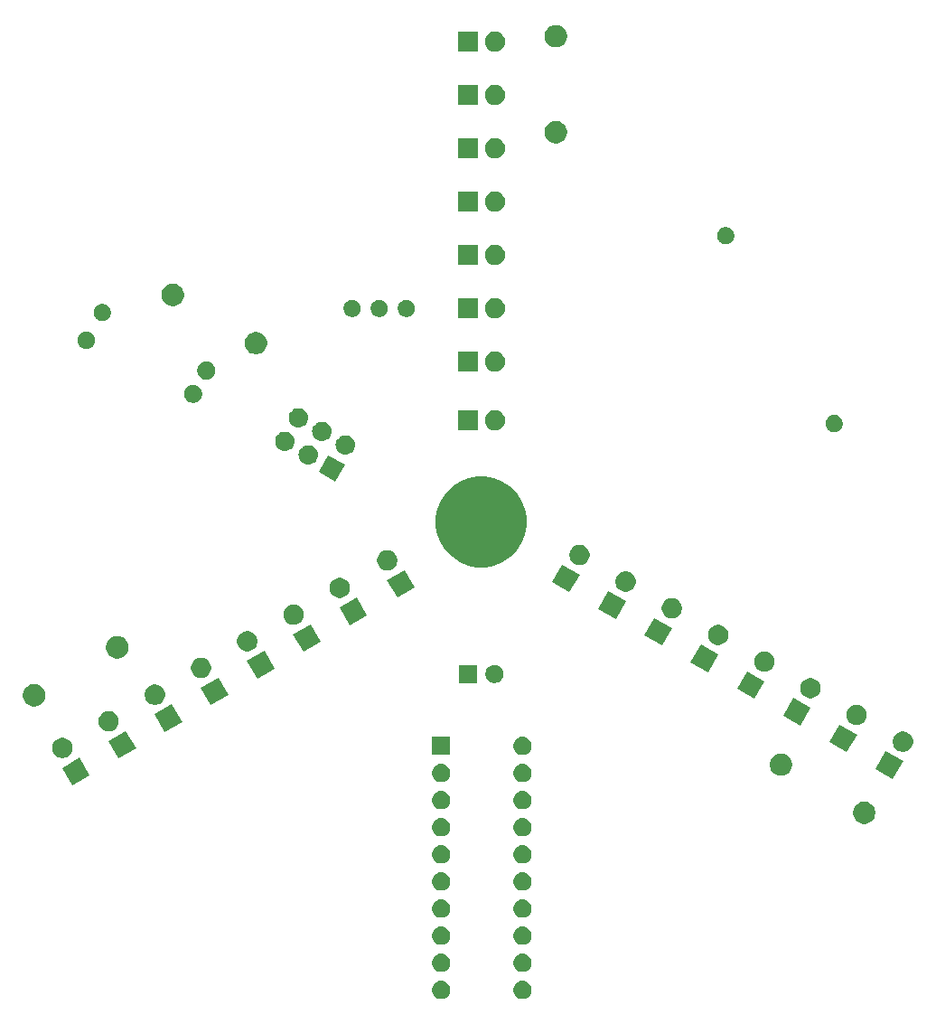
<source format=gbs>
G04 #@! TF.GenerationSoftware,KiCad,Pcbnew,5.0.2-bee76a0~70~ubuntu18.04.1*
G04 #@! TF.CreationDate,2019-02-23T22:01:51+01:00*
G04 #@! TF.ProjectId,led-spindel,6c65642d-7370-4696-9e64-656c2e6b6963,rev?*
G04 #@! TF.SameCoordinates,Original*
G04 #@! TF.FileFunction,Soldermask,Bot*
G04 #@! TF.FilePolarity,Negative*
%FSLAX46Y46*%
G04 Gerber Fmt 4.6, Leading zero omitted, Abs format (unit mm)*
G04 Created by KiCad (PCBNEW 5.0.2-bee76a0~70~ubuntu18.04.1) date Sa 23 Feb 2019 22:01:51 CET*
%MOMM*%
%LPD*%
G01*
G04 APERTURE LIST*
%ADD10C,0.100000*%
G04 APERTURE END LIST*
D10*
G36*
X84036821Y-183021313D02*
X84036824Y-183021314D01*
X84036825Y-183021314D01*
X84197239Y-183069975D01*
X84197241Y-183069976D01*
X84197244Y-183069977D01*
X84345078Y-183148995D01*
X84474659Y-183255341D01*
X84581005Y-183384922D01*
X84660023Y-183532756D01*
X84708687Y-183693179D01*
X84725117Y-183860000D01*
X84708687Y-184026821D01*
X84660023Y-184187244D01*
X84581005Y-184335078D01*
X84474659Y-184464659D01*
X84345078Y-184571005D01*
X84197244Y-184650023D01*
X84197241Y-184650024D01*
X84197239Y-184650025D01*
X84036825Y-184698686D01*
X84036824Y-184698686D01*
X84036821Y-184698687D01*
X83911804Y-184711000D01*
X83828196Y-184711000D01*
X83703179Y-184698687D01*
X83703176Y-184698686D01*
X83703175Y-184698686D01*
X83542761Y-184650025D01*
X83542759Y-184650024D01*
X83542756Y-184650023D01*
X83394922Y-184571005D01*
X83265341Y-184464659D01*
X83158995Y-184335078D01*
X83079977Y-184187244D01*
X83031313Y-184026821D01*
X83014883Y-183860000D01*
X83031313Y-183693179D01*
X83079977Y-183532756D01*
X83158995Y-183384922D01*
X83265341Y-183255341D01*
X83394922Y-183148995D01*
X83542756Y-183069977D01*
X83542759Y-183069976D01*
X83542761Y-183069975D01*
X83703175Y-183021314D01*
X83703176Y-183021314D01*
X83703179Y-183021313D01*
X83828196Y-183009000D01*
X83911804Y-183009000D01*
X84036821Y-183021313D01*
X84036821Y-183021313D01*
G37*
G36*
X76416821Y-183021313D02*
X76416824Y-183021314D01*
X76416825Y-183021314D01*
X76577239Y-183069975D01*
X76577241Y-183069976D01*
X76577244Y-183069977D01*
X76725078Y-183148995D01*
X76854659Y-183255341D01*
X76961005Y-183384922D01*
X77040023Y-183532756D01*
X77088687Y-183693179D01*
X77105117Y-183860000D01*
X77088687Y-184026821D01*
X77040023Y-184187244D01*
X76961005Y-184335078D01*
X76854659Y-184464659D01*
X76725078Y-184571005D01*
X76577244Y-184650023D01*
X76577241Y-184650024D01*
X76577239Y-184650025D01*
X76416825Y-184698686D01*
X76416824Y-184698686D01*
X76416821Y-184698687D01*
X76291804Y-184711000D01*
X76208196Y-184711000D01*
X76083179Y-184698687D01*
X76083176Y-184698686D01*
X76083175Y-184698686D01*
X75922761Y-184650025D01*
X75922759Y-184650024D01*
X75922756Y-184650023D01*
X75774922Y-184571005D01*
X75645341Y-184464659D01*
X75538995Y-184335078D01*
X75459977Y-184187244D01*
X75411313Y-184026821D01*
X75394883Y-183860000D01*
X75411313Y-183693179D01*
X75459977Y-183532756D01*
X75538995Y-183384922D01*
X75645341Y-183255341D01*
X75774922Y-183148995D01*
X75922756Y-183069977D01*
X75922759Y-183069976D01*
X75922761Y-183069975D01*
X76083175Y-183021314D01*
X76083176Y-183021314D01*
X76083179Y-183021313D01*
X76208196Y-183009000D01*
X76291804Y-183009000D01*
X76416821Y-183021313D01*
X76416821Y-183021313D01*
G37*
G36*
X84036821Y-180481313D02*
X84036824Y-180481314D01*
X84036825Y-180481314D01*
X84197239Y-180529975D01*
X84197241Y-180529976D01*
X84197244Y-180529977D01*
X84345078Y-180608995D01*
X84474659Y-180715341D01*
X84581005Y-180844922D01*
X84660023Y-180992756D01*
X84708687Y-181153179D01*
X84725117Y-181320000D01*
X84708687Y-181486821D01*
X84660023Y-181647244D01*
X84581005Y-181795078D01*
X84474659Y-181924659D01*
X84345078Y-182031005D01*
X84197244Y-182110023D01*
X84197241Y-182110024D01*
X84197239Y-182110025D01*
X84036825Y-182158686D01*
X84036824Y-182158686D01*
X84036821Y-182158687D01*
X83911804Y-182171000D01*
X83828196Y-182171000D01*
X83703179Y-182158687D01*
X83703176Y-182158686D01*
X83703175Y-182158686D01*
X83542761Y-182110025D01*
X83542759Y-182110024D01*
X83542756Y-182110023D01*
X83394922Y-182031005D01*
X83265341Y-181924659D01*
X83158995Y-181795078D01*
X83079977Y-181647244D01*
X83031313Y-181486821D01*
X83014883Y-181320000D01*
X83031313Y-181153179D01*
X83079977Y-180992756D01*
X83158995Y-180844922D01*
X83265341Y-180715341D01*
X83394922Y-180608995D01*
X83542756Y-180529977D01*
X83542759Y-180529976D01*
X83542761Y-180529975D01*
X83703175Y-180481314D01*
X83703176Y-180481314D01*
X83703179Y-180481313D01*
X83828196Y-180469000D01*
X83911804Y-180469000D01*
X84036821Y-180481313D01*
X84036821Y-180481313D01*
G37*
G36*
X76416821Y-180481313D02*
X76416824Y-180481314D01*
X76416825Y-180481314D01*
X76577239Y-180529975D01*
X76577241Y-180529976D01*
X76577244Y-180529977D01*
X76725078Y-180608995D01*
X76854659Y-180715341D01*
X76961005Y-180844922D01*
X77040023Y-180992756D01*
X77088687Y-181153179D01*
X77105117Y-181320000D01*
X77088687Y-181486821D01*
X77040023Y-181647244D01*
X76961005Y-181795078D01*
X76854659Y-181924659D01*
X76725078Y-182031005D01*
X76577244Y-182110023D01*
X76577241Y-182110024D01*
X76577239Y-182110025D01*
X76416825Y-182158686D01*
X76416824Y-182158686D01*
X76416821Y-182158687D01*
X76291804Y-182171000D01*
X76208196Y-182171000D01*
X76083179Y-182158687D01*
X76083176Y-182158686D01*
X76083175Y-182158686D01*
X75922761Y-182110025D01*
X75922759Y-182110024D01*
X75922756Y-182110023D01*
X75774922Y-182031005D01*
X75645341Y-181924659D01*
X75538995Y-181795078D01*
X75459977Y-181647244D01*
X75411313Y-181486821D01*
X75394883Y-181320000D01*
X75411313Y-181153179D01*
X75459977Y-180992756D01*
X75538995Y-180844922D01*
X75645341Y-180715341D01*
X75774922Y-180608995D01*
X75922756Y-180529977D01*
X75922759Y-180529976D01*
X75922761Y-180529975D01*
X76083175Y-180481314D01*
X76083176Y-180481314D01*
X76083179Y-180481313D01*
X76208196Y-180469000D01*
X76291804Y-180469000D01*
X76416821Y-180481313D01*
X76416821Y-180481313D01*
G37*
G36*
X84036821Y-177941313D02*
X84036824Y-177941314D01*
X84036825Y-177941314D01*
X84197239Y-177989975D01*
X84197241Y-177989976D01*
X84197244Y-177989977D01*
X84345078Y-178068995D01*
X84474659Y-178175341D01*
X84581005Y-178304922D01*
X84660023Y-178452756D01*
X84708687Y-178613179D01*
X84725117Y-178780000D01*
X84708687Y-178946821D01*
X84660023Y-179107244D01*
X84581005Y-179255078D01*
X84474659Y-179384659D01*
X84345078Y-179491005D01*
X84197244Y-179570023D01*
X84197241Y-179570024D01*
X84197239Y-179570025D01*
X84036825Y-179618686D01*
X84036824Y-179618686D01*
X84036821Y-179618687D01*
X83911804Y-179631000D01*
X83828196Y-179631000D01*
X83703179Y-179618687D01*
X83703176Y-179618686D01*
X83703175Y-179618686D01*
X83542761Y-179570025D01*
X83542759Y-179570024D01*
X83542756Y-179570023D01*
X83394922Y-179491005D01*
X83265341Y-179384659D01*
X83158995Y-179255078D01*
X83079977Y-179107244D01*
X83031313Y-178946821D01*
X83014883Y-178780000D01*
X83031313Y-178613179D01*
X83079977Y-178452756D01*
X83158995Y-178304922D01*
X83265341Y-178175341D01*
X83394922Y-178068995D01*
X83542756Y-177989977D01*
X83542759Y-177989976D01*
X83542761Y-177989975D01*
X83703175Y-177941314D01*
X83703176Y-177941314D01*
X83703179Y-177941313D01*
X83828196Y-177929000D01*
X83911804Y-177929000D01*
X84036821Y-177941313D01*
X84036821Y-177941313D01*
G37*
G36*
X76416821Y-177941313D02*
X76416824Y-177941314D01*
X76416825Y-177941314D01*
X76577239Y-177989975D01*
X76577241Y-177989976D01*
X76577244Y-177989977D01*
X76725078Y-178068995D01*
X76854659Y-178175341D01*
X76961005Y-178304922D01*
X77040023Y-178452756D01*
X77088687Y-178613179D01*
X77105117Y-178780000D01*
X77088687Y-178946821D01*
X77040023Y-179107244D01*
X76961005Y-179255078D01*
X76854659Y-179384659D01*
X76725078Y-179491005D01*
X76577244Y-179570023D01*
X76577241Y-179570024D01*
X76577239Y-179570025D01*
X76416825Y-179618686D01*
X76416824Y-179618686D01*
X76416821Y-179618687D01*
X76291804Y-179631000D01*
X76208196Y-179631000D01*
X76083179Y-179618687D01*
X76083176Y-179618686D01*
X76083175Y-179618686D01*
X75922761Y-179570025D01*
X75922759Y-179570024D01*
X75922756Y-179570023D01*
X75774922Y-179491005D01*
X75645341Y-179384659D01*
X75538995Y-179255078D01*
X75459977Y-179107244D01*
X75411313Y-178946821D01*
X75394883Y-178780000D01*
X75411313Y-178613179D01*
X75459977Y-178452756D01*
X75538995Y-178304922D01*
X75645341Y-178175341D01*
X75774922Y-178068995D01*
X75922756Y-177989977D01*
X75922759Y-177989976D01*
X75922761Y-177989975D01*
X76083175Y-177941314D01*
X76083176Y-177941314D01*
X76083179Y-177941313D01*
X76208196Y-177929000D01*
X76291804Y-177929000D01*
X76416821Y-177941313D01*
X76416821Y-177941313D01*
G37*
G36*
X84036821Y-175401313D02*
X84036824Y-175401314D01*
X84036825Y-175401314D01*
X84197239Y-175449975D01*
X84197241Y-175449976D01*
X84197244Y-175449977D01*
X84345078Y-175528995D01*
X84474659Y-175635341D01*
X84581005Y-175764922D01*
X84660023Y-175912756D01*
X84708687Y-176073179D01*
X84725117Y-176240000D01*
X84708687Y-176406821D01*
X84660023Y-176567244D01*
X84581005Y-176715078D01*
X84474659Y-176844659D01*
X84345078Y-176951005D01*
X84197244Y-177030023D01*
X84197241Y-177030024D01*
X84197239Y-177030025D01*
X84036825Y-177078686D01*
X84036824Y-177078686D01*
X84036821Y-177078687D01*
X83911804Y-177091000D01*
X83828196Y-177091000D01*
X83703179Y-177078687D01*
X83703176Y-177078686D01*
X83703175Y-177078686D01*
X83542761Y-177030025D01*
X83542759Y-177030024D01*
X83542756Y-177030023D01*
X83394922Y-176951005D01*
X83265341Y-176844659D01*
X83158995Y-176715078D01*
X83079977Y-176567244D01*
X83031313Y-176406821D01*
X83014883Y-176240000D01*
X83031313Y-176073179D01*
X83079977Y-175912756D01*
X83158995Y-175764922D01*
X83265341Y-175635341D01*
X83394922Y-175528995D01*
X83542756Y-175449977D01*
X83542759Y-175449976D01*
X83542761Y-175449975D01*
X83703175Y-175401314D01*
X83703176Y-175401314D01*
X83703179Y-175401313D01*
X83828196Y-175389000D01*
X83911804Y-175389000D01*
X84036821Y-175401313D01*
X84036821Y-175401313D01*
G37*
G36*
X76416821Y-175401313D02*
X76416824Y-175401314D01*
X76416825Y-175401314D01*
X76577239Y-175449975D01*
X76577241Y-175449976D01*
X76577244Y-175449977D01*
X76725078Y-175528995D01*
X76854659Y-175635341D01*
X76961005Y-175764922D01*
X77040023Y-175912756D01*
X77088687Y-176073179D01*
X77105117Y-176240000D01*
X77088687Y-176406821D01*
X77040023Y-176567244D01*
X76961005Y-176715078D01*
X76854659Y-176844659D01*
X76725078Y-176951005D01*
X76577244Y-177030023D01*
X76577241Y-177030024D01*
X76577239Y-177030025D01*
X76416825Y-177078686D01*
X76416824Y-177078686D01*
X76416821Y-177078687D01*
X76291804Y-177091000D01*
X76208196Y-177091000D01*
X76083179Y-177078687D01*
X76083176Y-177078686D01*
X76083175Y-177078686D01*
X75922761Y-177030025D01*
X75922759Y-177030024D01*
X75922756Y-177030023D01*
X75774922Y-176951005D01*
X75645341Y-176844659D01*
X75538995Y-176715078D01*
X75459977Y-176567244D01*
X75411313Y-176406821D01*
X75394883Y-176240000D01*
X75411313Y-176073179D01*
X75459977Y-175912756D01*
X75538995Y-175764922D01*
X75645341Y-175635341D01*
X75774922Y-175528995D01*
X75922756Y-175449977D01*
X75922759Y-175449976D01*
X75922761Y-175449975D01*
X76083175Y-175401314D01*
X76083176Y-175401314D01*
X76083179Y-175401313D01*
X76208196Y-175389000D01*
X76291804Y-175389000D01*
X76416821Y-175401313D01*
X76416821Y-175401313D01*
G37*
G36*
X84036821Y-172861313D02*
X84036824Y-172861314D01*
X84036825Y-172861314D01*
X84197239Y-172909975D01*
X84197241Y-172909976D01*
X84197244Y-172909977D01*
X84345078Y-172988995D01*
X84474659Y-173095341D01*
X84581005Y-173224922D01*
X84660023Y-173372756D01*
X84708687Y-173533179D01*
X84725117Y-173700000D01*
X84708687Y-173866821D01*
X84660023Y-174027244D01*
X84581005Y-174175078D01*
X84474659Y-174304659D01*
X84345078Y-174411005D01*
X84197244Y-174490023D01*
X84197241Y-174490024D01*
X84197239Y-174490025D01*
X84036825Y-174538686D01*
X84036824Y-174538686D01*
X84036821Y-174538687D01*
X83911804Y-174551000D01*
X83828196Y-174551000D01*
X83703179Y-174538687D01*
X83703176Y-174538686D01*
X83703175Y-174538686D01*
X83542761Y-174490025D01*
X83542759Y-174490024D01*
X83542756Y-174490023D01*
X83394922Y-174411005D01*
X83265341Y-174304659D01*
X83158995Y-174175078D01*
X83079977Y-174027244D01*
X83031313Y-173866821D01*
X83014883Y-173700000D01*
X83031313Y-173533179D01*
X83079977Y-173372756D01*
X83158995Y-173224922D01*
X83265341Y-173095341D01*
X83394922Y-172988995D01*
X83542756Y-172909977D01*
X83542759Y-172909976D01*
X83542761Y-172909975D01*
X83703175Y-172861314D01*
X83703176Y-172861314D01*
X83703179Y-172861313D01*
X83828196Y-172849000D01*
X83911804Y-172849000D01*
X84036821Y-172861313D01*
X84036821Y-172861313D01*
G37*
G36*
X76416821Y-172861313D02*
X76416824Y-172861314D01*
X76416825Y-172861314D01*
X76577239Y-172909975D01*
X76577241Y-172909976D01*
X76577244Y-172909977D01*
X76725078Y-172988995D01*
X76854659Y-173095341D01*
X76961005Y-173224922D01*
X77040023Y-173372756D01*
X77088687Y-173533179D01*
X77105117Y-173700000D01*
X77088687Y-173866821D01*
X77040023Y-174027244D01*
X76961005Y-174175078D01*
X76854659Y-174304659D01*
X76725078Y-174411005D01*
X76577244Y-174490023D01*
X76577241Y-174490024D01*
X76577239Y-174490025D01*
X76416825Y-174538686D01*
X76416824Y-174538686D01*
X76416821Y-174538687D01*
X76291804Y-174551000D01*
X76208196Y-174551000D01*
X76083179Y-174538687D01*
X76083176Y-174538686D01*
X76083175Y-174538686D01*
X75922761Y-174490025D01*
X75922759Y-174490024D01*
X75922756Y-174490023D01*
X75774922Y-174411005D01*
X75645341Y-174304659D01*
X75538995Y-174175078D01*
X75459977Y-174027244D01*
X75411313Y-173866821D01*
X75394883Y-173700000D01*
X75411313Y-173533179D01*
X75459977Y-173372756D01*
X75538995Y-173224922D01*
X75645341Y-173095341D01*
X75774922Y-172988995D01*
X75922756Y-172909977D01*
X75922759Y-172909976D01*
X75922761Y-172909975D01*
X76083175Y-172861314D01*
X76083176Y-172861314D01*
X76083179Y-172861313D01*
X76208196Y-172849000D01*
X76291804Y-172849000D01*
X76416821Y-172861313D01*
X76416821Y-172861313D01*
G37*
G36*
X84036821Y-170321313D02*
X84036824Y-170321314D01*
X84036825Y-170321314D01*
X84197239Y-170369975D01*
X84197241Y-170369976D01*
X84197244Y-170369977D01*
X84345078Y-170448995D01*
X84474659Y-170555341D01*
X84581005Y-170684922D01*
X84660023Y-170832756D01*
X84708687Y-170993179D01*
X84725117Y-171160000D01*
X84708687Y-171326821D01*
X84660023Y-171487244D01*
X84581005Y-171635078D01*
X84474659Y-171764659D01*
X84345078Y-171871005D01*
X84197244Y-171950023D01*
X84197241Y-171950024D01*
X84197239Y-171950025D01*
X84036825Y-171998686D01*
X84036824Y-171998686D01*
X84036821Y-171998687D01*
X83911804Y-172011000D01*
X83828196Y-172011000D01*
X83703179Y-171998687D01*
X83703176Y-171998686D01*
X83703175Y-171998686D01*
X83542761Y-171950025D01*
X83542759Y-171950024D01*
X83542756Y-171950023D01*
X83394922Y-171871005D01*
X83265341Y-171764659D01*
X83158995Y-171635078D01*
X83079977Y-171487244D01*
X83031313Y-171326821D01*
X83014883Y-171160000D01*
X83031313Y-170993179D01*
X83079977Y-170832756D01*
X83158995Y-170684922D01*
X83265341Y-170555341D01*
X83394922Y-170448995D01*
X83542756Y-170369977D01*
X83542759Y-170369976D01*
X83542761Y-170369975D01*
X83703175Y-170321314D01*
X83703176Y-170321314D01*
X83703179Y-170321313D01*
X83828196Y-170309000D01*
X83911804Y-170309000D01*
X84036821Y-170321313D01*
X84036821Y-170321313D01*
G37*
G36*
X76416821Y-170321313D02*
X76416824Y-170321314D01*
X76416825Y-170321314D01*
X76577239Y-170369975D01*
X76577241Y-170369976D01*
X76577244Y-170369977D01*
X76725078Y-170448995D01*
X76854659Y-170555341D01*
X76961005Y-170684922D01*
X77040023Y-170832756D01*
X77088687Y-170993179D01*
X77105117Y-171160000D01*
X77088687Y-171326821D01*
X77040023Y-171487244D01*
X76961005Y-171635078D01*
X76854659Y-171764659D01*
X76725078Y-171871005D01*
X76577244Y-171950023D01*
X76577241Y-171950024D01*
X76577239Y-171950025D01*
X76416825Y-171998686D01*
X76416824Y-171998686D01*
X76416821Y-171998687D01*
X76291804Y-172011000D01*
X76208196Y-172011000D01*
X76083179Y-171998687D01*
X76083176Y-171998686D01*
X76083175Y-171998686D01*
X75922761Y-171950025D01*
X75922759Y-171950024D01*
X75922756Y-171950023D01*
X75774922Y-171871005D01*
X75645341Y-171764659D01*
X75538995Y-171635078D01*
X75459977Y-171487244D01*
X75411313Y-171326821D01*
X75394883Y-171160000D01*
X75411313Y-170993179D01*
X75459977Y-170832756D01*
X75538995Y-170684922D01*
X75645341Y-170555341D01*
X75774922Y-170448995D01*
X75922756Y-170369977D01*
X75922759Y-170369976D01*
X75922761Y-170369975D01*
X76083175Y-170321314D01*
X76083176Y-170321314D01*
X76083179Y-170321313D01*
X76208196Y-170309000D01*
X76291804Y-170309000D01*
X76416821Y-170321313D01*
X76416821Y-170321313D01*
G37*
G36*
X76416821Y-167781313D02*
X76416824Y-167781314D01*
X76416825Y-167781314D01*
X76577239Y-167829975D01*
X76577241Y-167829976D01*
X76577244Y-167829977D01*
X76725078Y-167908995D01*
X76854659Y-168015341D01*
X76961005Y-168144922D01*
X77040023Y-168292756D01*
X77088687Y-168453179D01*
X77105117Y-168620000D01*
X77088687Y-168786821D01*
X77040023Y-168947244D01*
X76961005Y-169095078D01*
X76854659Y-169224659D01*
X76725078Y-169331005D01*
X76577244Y-169410023D01*
X76577241Y-169410024D01*
X76577239Y-169410025D01*
X76416825Y-169458686D01*
X76416824Y-169458686D01*
X76416821Y-169458687D01*
X76291804Y-169471000D01*
X76208196Y-169471000D01*
X76083179Y-169458687D01*
X76083176Y-169458686D01*
X76083175Y-169458686D01*
X75922761Y-169410025D01*
X75922759Y-169410024D01*
X75922756Y-169410023D01*
X75774922Y-169331005D01*
X75645341Y-169224659D01*
X75538995Y-169095078D01*
X75459977Y-168947244D01*
X75411313Y-168786821D01*
X75394883Y-168620000D01*
X75411313Y-168453179D01*
X75459977Y-168292756D01*
X75538995Y-168144922D01*
X75645341Y-168015341D01*
X75774922Y-167908995D01*
X75922756Y-167829977D01*
X75922759Y-167829976D01*
X75922761Y-167829975D01*
X76083175Y-167781314D01*
X76083176Y-167781314D01*
X76083179Y-167781313D01*
X76208196Y-167769000D01*
X76291804Y-167769000D01*
X76416821Y-167781313D01*
X76416821Y-167781313D01*
G37*
G36*
X84036821Y-167781313D02*
X84036824Y-167781314D01*
X84036825Y-167781314D01*
X84197239Y-167829975D01*
X84197241Y-167829976D01*
X84197244Y-167829977D01*
X84345078Y-167908995D01*
X84474659Y-168015341D01*
X84581005Y-168144922D01*
X84660023Y-168292756D01*
X84708687Y-168453179D01*
X84725117Y-168620000D01*
X84708687Y-168786821D01*
X84660023Y-168947244D01*
X84581005Y-169095078D01*
X84474659Y-169224659D01*
X84345078Y-169331005D01*
X84197244Y-169410023D01*
X84197241Y-169410024D01*
X84197239Y-169410025D01*
X84036825Y-169458686D01*
X84036824Y-169458686D01*
X84036821Y-169458687D01*
X83911804Y-169471000D01*
X83828196Y-169471000D01*
X83703179Y-169458687D01*
X83703176Y-169458686D01*
X83703175Y-169458686D01*
X83542761Y-169410025D01*
X83542759Y-169410024D01*
X83542756Y-169410023D01*
X83394922Y-169331005D01*
X83265341Y-169224659D01*
X83158995Y-169095078D01*
X83079977Y-168947244D01*
X83031313Y-168786821D01*
X83014883Y-168620000D01*
X83031313Y-168453179D01*
X83079977Y-168292756D01*
X83158995Y-168144922D01*
X83265341Y-168015341D01*
X83394922Y-167908995D01*
X83542756Y-167829977D01*
X83542759Y-167829976D01*
X83542761Y-167829975D01*
X83703175Y-167781314D01*
X83703176Y-167781314D01*
X83703179Y-167781313D01*
X83828196Y-167769000D01*
X83911804Y-167769000D01*
X84036821Y-167781313D01*
X84036821Y-167781313D01*
G37*
G36*
X116203679Y-166239389D02*
X116394948Y-166318615D01*
X116567090Y-166433637D01*
X116713477Y-166580024D01*
X116828499Y-166752166D01*
X116907725Y-166943435D01*
X116948114Y-167146484D01*
X116948114Y-167353516D01*
X116907725Y-167556565D01*
X116828499Y-167747834D01*
X116713477Y-167919976D01*
X116567090Y-168066363D01*
X116394948Y-168181385D01*
X116203679Y-168260611D01*
X116000630Y-168301000D01*
X115793598Y-168301000D01*
X115590549Y-168260611D01*
X115399280Y-168181385D01*
X115227138Y-168066363D01*
X115080751Y-167919976D01*
X114965729Y-167747834D01*
X114886503Y-167556565D01*
X114846114Y-167353516D01*
X114846114Y-167146484D01*
X114886503Y-166943435D01*
X114965729Y-166752166D01*
X115080751Y-166580024D01*
X115227138Y-166433637D01*
X115399280Y-166318615D01*
X115590549Y-166239389D01*
X115793598Y-166199000D01*
X116000630Y-166199000D01*
X116203679Y-166239389D01*
X116203679Y-166239389D01*
G37*
G36*
X76416821Y-165241313D02*
X76416824Y-165241314D01*
X76416825Y-165241314D01*
X76577239Y-165289975D01*
X76577241Y-165289976D01*
X76577244Y-165289977D01*
X76725078Y-165368995D01*
X76854659Y-165475341D01*
X76961005Y-165604922D01*
X77040023Y-165752756D01*
X77088687Y-165913179D01*
X77105117Y-166080000D01*
X77088687Y-166246821D01*
X77088686Y-166246824D01*
X77088686Y-166246825D01*
X77066909Y-166318615D01*
X77040023Y-166407244D01*
X76961005Y-166555078D01*
X76854659Y-166684659D01*
X76725078Y-166791005D01*
X76577244Y-166870023D01*
X76577241Y-166870024D01*
X76577239Y-166870025D01*
X76416825Y-166918686D01*
X76416824Y-166918686D01*
X76416821Y-166918687D01*
X76291804Y-166931000D01*
X76208196Y-166931000D01*
X76083179Y-166918687D01*
X76083176Y-166918686D01*
X76083175Y-166918686D01*
X75922761Y-166870025D01*
X75922759Y-166870024D01*
X75922756Y-166870023D01*
X75774922Y-166791005D01*
X75645341Y-166684659D01*
X75538995Y-166555078D01*
X75459977Y-166407244D01*
X75433092Y-166318615D01*
X75411314Y-166246825D01*
X75411314Y-166246824D01*
X75411313Y-166246821D01*
X75394883Y-166080000D01*
X75411313Y-165913179D01*
X75459977Y-165752756D01*
X75538995Y-165604922D01*
X75645341Y-165475341D01*
X75774922Y-165368995D01*
X75922756Y-165289977D01*
X75922759Y-165289976D01*
X75922761Y-165289975D01*
X76083175Y-165241314D01*
X76083176Y-165241314D01*
X76083179Y-165241313D01*
X76208196Y-165229000D01*
X76291804Y-165229000D01*
X76416821Y-165241313D01*
X76416821Y-165241313D01*
G37*
G36*
X84036821Y-165241313D02*
X84036824Y-165241314D01*
X84036825Y-165241314D01*
X84197239Y-165289975D01*
X84197241Y-165289976D01*
X84197244Y-165289977D01*
X84345078Y-165368995D01*
X84474659Y-165475341D01*
X84581005Y-165604922D01*
X84660023Y-165752756D01*
X84708687Y-165913179D01*
X84725117Y-166080000D01*
X84708687Y-166246821D01*
X84708686Y-166246824D01*
X84708686Y-166246825D01*
X84686909Y-166318615D01*
X84660023Y-166407244D01*
X84581005Y-166555078D01*
X84474659Y-166684659D01*
X84345078Y-166791005D01*
X84197244Y-166870023D01*
X84197241Y-166870024D01*
X84197239Y-166870025D01*
X84036825Y-166918686D01*
X84036824Y-166918686D01*
X84036821Y-166918687D01*
X83911804Y-166931000D01*
X83828196Y-166931000D01*
X83703179Y-166918687D01*
X83703176Y-166918686D01*
X83703175Y-166918686D01*
X83542761Y-166870025D01*
X83542759Y-166870024D01*
X83542756Y-166870023D01*
X83394922Y-166791005D01*
X83265341Y-166684659D01*
X83158995Y-166555078D01*
X83079977Y-166407244D01*
X83053092Y-166318615D01*
X83031314Y-166246825D01*
X83031314Y-166246824D01*
X83031313Y-166246821D01*
X83014883Y-166080000D01*
X83031313Y-165913179D01*
X83079977Y-165752756D01*
X83158995Y-165604922D01*
X83265341Y-165475341D01*
X83394922Y-165368995D01*
X83542756Y-165289977D01*
X83542759Y-165289976D01*
X83542761Y-165289975D01*
X83703175Y-165241314D01*
X83703176Y-165241314D01*
X83703179Y-165241313D01*
X83828196Y-165229000D01*
X83911804Y-165229000D01*
X84036821Y-165241313D01*
X84036821Y-165241313D01*
G37*
G36*
X43332873Y-163740138D02*
X41685693Y-164691138D01*
X40734693Y-163043958D01*
X42381873Y-162092958D01*
X43332873Y-163740138D01*
X43332873Y-163740138D01*
G37*
G36*
X76416821Y-162701313D02*
X76416824Y-162701314D01*
X76416825Y-162701314D01*
X76577239Y-162749975D01*
X76577241Y-162749976D01*
X76577244Y-162749977D01*
X76725078Y-162828995D01*
X76854659Y-162935341D01*
X76961005Y-163064922D01*
X77040023Y-163212756D01*
X77040024Y-163212759D01*
X77040025Y-163212761D01*
X77088686Y-163373175D01*
X77088687Y-163373179D01*
X77105117Y-163540000D01*
X77088687Y-163706821D01*
X77088686Y-163706824D01*
X77088686Y-163706825D01*
X77072371Y-163760610D01*
X77040023Y-163867244D01*
X76961005Y-164015078D01*
X76854659Y-164144659D01*
X76725078Y-164251005D01*
X76577244Y-164330023D01*
X76577241Y-164330024D01*
X76577239Y-164330025D01*
X76416825Y-164378686D01*
X76416824Y-164378686D01*
X76416821Y-164378687D01*
X76291804Y-164391000D01*
X76208196Y-164391000D01*
X76083179Y-164378687D01*
X76083176Y-164378686D01*
X76083175Y-164378686D01*
X75922761Y-164330025D01*
X75922759Y-164330024D01*
X75922756Y-164330023D01*
X75774922Y-164251005D01*
X75645341Y-164144659D01*
X75538995Y-164015078D01*
X75459977Y-163867244D01*
X75427630Y-163760610D01*
X75411314Y-163706825D01*
X75411314Y-163706824D01*
X75411313Y-163706821D01*
X75394883Y-163540000D01*
X75411313Y-163373179D01*
X75411314Y-163373175D01*
X75459975Y-163212761D01*
X75459976Y-163212759D01*
X75459977Y-163212756D01*
X75538995Y-163064922D01*
X75645341Y-162935341D01*
X75774922Y-162828995D01*
X75922756Y-162749977D01*
X75922759Y-162749976D01*
X75922761Y-162749975D01*
X76083175Y-162701314D01*
X76083176Y-162701314D01*
X76083179Y-162701313D01*
X76208196Y-162689000D01*
X76291804Y-162689000D01*
X76416821Y-162701313D01*
X76416821Y-162701313D01*
G37*
G36*
X84036821Y-162701313D02*
X84036824Y-162701314D01*
X84036825Y-162701314D01*
X84197239Y-162749975D01*
X84197241Y-162749976D01*
X84197244Y-162749977D01*
X84345078Y-162828995D01*
X84474659Y-162935341D01*
X84581005Y-163064922D01*
X84660023Y-163212756D01*
X84660024Y-163212759D01*
X84660025Y-163212761D01*
X84708686Y-163373175D01*
X84708687Y-163373179D01*
X84725117Y-163540000D01*
X84708687Y-163706821D01*
X84708686Y-163706824D01*
X84708686Y-163706825D01*
X84692371Y-163760610D01*
X84660023Y-163867244D01*
X84581005Y-164015078D01*
X84474659Y-164144659D01*
X84345078Y-164251005D01*
X84197244Y-164330023D01*
X84197241Y-164330024D01*
X84197239Y-164330025D01*
X84036825Y-164378686D01*
X84036824Y-164378686D01*
X84036821Y-164378687D01*
X83911804Y-164391000D01*
X83828196Y-164391000D01*
X83703179Y-164378687D01*
X83703176Y-164378686D01*
X83703175Y-164378686D01*
X83542761Y-164330025D01*
X83542759Y-164330024D01*
X83542756Y-164330023D01*
X83394922Y-164251005D01*
X83265341Y-164144659D01*
X83158995Y-164015078D01*
X83079977Y-163867244D01*
X83047630Y-163760610D01*
X83031314Y-163706825D01*
X83031314Y-163706824D01*
X83031313Y-163706821D01*
X83014883Y-163540000D01*
X83031313Y-163373179D01*
X83031314Y-163373175D01*
X83079975Y-163212761D01*
X83079976Y-163212759D01*
X83079977Y-163212756D01*
X83158995Y-163064922D01*
X83265341Y-162935341D01*
X83394922Y-162828995D01*
X83542756Y-162749977D01*
X83542759Y-162749976D01*
X83542761Y-162749975D01*
X83703175Y-162701314D01*
X83703176Y-162701314D01*
X83703179Y-162701313D01*
X83828196Y-162689000D01*
X83911804Y-162689000D01*
X84036821Y-162701313D01*
X84036821Y-162701313D01*
G37*
G36*
X119550798Y-162445955D02*
X118599798Y-164093135D01*
X116952618Y-163142135D01*
X117903618Y-161494955D01*
X119550798Y-162445955D01*
X119550798Y-162445955D01*
G37*
G36*
X108409451Y-161739389D02*
X108600720Y-161818615D01*
X108772862Y-161933637D01*
X108919249Y-162080024D01*
X109034271Y-162252166D01*
X109113497Y-162443435D01*
X109153886Y-162646484D01*
X109153886Y-162853516D01*
X109113497Y-163056565D01*
X109034271Y-163247834D01*
X108919249Y-163419976D01*
X108772862Y-163566363D01*
X108600720Y-163681385D01*
X108409451Y-163760611D01*
X108206402Y-163801000D01*
X107999370Y-163801000D01*
X107796321Y-163760611D01*
X107605052Y-163681385D01*
X107432910Y-163566363D01*
X107286523Y-163419976D01*
X107171501Y-163247834D01*
X107092275Y-163056565D01*
X107051886Y-162853516D01*
X107051886Y-162646484D01*
X107092275Y-162443435D01*
X107171501Y-162252166D01*
X107286523Y-162080024D01*
X107432910Y-161933637D01*
X107605052Y-161818615D01*
X107796321Y-161739389D01*
X107999370Y-161699000D01*
X108206402Y-161699000D01*
X108409451Y-161739389D01*
X108409451Y-161739389D01*
G37*
G36*
X47663000Y-161240138D02*
X46015820Y-162191138D01*
X45064820Y-160543958D01*
X46712000Y-159592958D01*
X47663000Y-161240138D01*
X47663000Y-161240138D01*
G37*
G36*
X41041179Y-160277889D02*
X41214249Y-160349577D01*
X41370013Y-160453655D01*
X41502471Y-160586113D01*
X41606549Y-160741877D01*
X41678237Y-160914947D01*
X41714783Y-161098676D01*
X41714783Y-161286010D01*
X41678237Y-161469739D01*
X41606549Y-161642809D01*
X41502471Y-161798573D01*
X41370013Y-161931031D01*
X41214249Y-162035109D01*
X41041179Y-162106797D01*
X40857450Y-162143343D01*
X40670116Y-162143343D01*
X40486387Y-162106797D01*
X40313317Y-162035109D01*
X40157553Y-161931031D01*
X40025095Y-161798573D01*
X39921017Y-161642809D01*
X39849329Y-161469739D01*
X39812783Y-161286010D01*
X39812783Y-161098676D01*
X39849329Y-160914947D01*
X39921017Y-160741877D01*
X40025095Y-160586113D01*
X40157553Y-160453655D01*
X40313317Y-160349577D01*
X40486387Y-160277889D01*
X40670116Y-160241343D01*
X40857450Y-160241343D01*
X41041179Y-160277889D01*
X41041179Y-160277889D01*
G37*
G36*
X77101000Y-161851000D02*
X75399000Y-161851000D01*
X75399000Y-160149000D01*
X77101000Y-160149000D01*
X77101000Y-161851000D01*
X77101000Y-161851000D01*
G37*
G36*
X84036821Y-160161313D02*
X84036824Y-160161314D01*
X84036825Y-160161314D01*
X84197239Y-160209975D01*
X84197241Y-160209976D01*
X84197244Y-160209977D01*
X84345078Y-160288995D01*
X84474659Y-160395341D01*
X84581005Y-160524922D01*
X84660023Y-160672756D01*
X84660024Y-160672759D01*
X84660025Y-160672761D01*
X84680991Y-160741877D01*
X84708687Y-160833179D01*
X84725117Y-161000000D01*
X84708687Y-161166821D01*
X84708686Y-161166824D01*
X84708686Y-161166825D01*
X84672532Y-161286010D01*
X84660023Y-161327244D01*
X84581005Y-161475078D01*
X84474659Y-161604659D01*
X84345078Y-161711005D01*
X84197244Y-161790023D01*
X84197241Y-161790024D01*
X84197239Y-161790025D01*
X84036825Y-161838686D01*
X84036824Y-161838686D01*
X84036821Y-161838687D01*
X83911804Y-161851000D01*
X83828196Y-161851000D01*
X83703179Y-161838687D01*
X83703176Y-161838686D01*
X83703175Y-161838686D01*
X83542761Y-161790025D01*
X83542759Y-161790024D01*
X83542756Y-161790023D01*
X83394922Y-161711005D01*
X83265341Y-161604659D01*
X83158995Y-161475078D01*
X83079977Y-161327244D01*
X83067469Y-161286010D01*
X83031314Y-161166825D01*
X83031314Y-161166824D01*
X83031313Y-161166821D01*
X83014883Y-161000000D01*
X83031313Y-160833179D01*
X83059009Y-160741877D01*
X83079975Y-160672761D01*
X83079976Y-160672759D01*
X83079977Y-160672756D01*
X83158995Y-160524922D01*
X83265341Y-160395341D01*
X83394922Y-160288995D01*
X83542756Y-160209977D01*
X83542759Y-160209976D01*
X83542761Y-160209975D01*
X83703175Y-160161314D01*
X83703176Y-160161314D01*
X83703179Y-160161313D01*
X83828196Y-160149000D01*
X83911804Y-160149000D01*
X84036821Y-160161313D01*
X84036821Y-160161313D01*
G37*
G36*
X115220671Y-159945955D02*
X114269671Y-161593135D01*
X112622491Y-160642135D01*
X113573491Y-158994955D01*
X115220671Y-159945955D01*
X115220671Y-159945955D01*
G37*
G36*
X119799104Y-159679886D02*
X119972174Y-159751574D01*
X120127938Y-159855652D01*
X120260396Y-159988110D01*
X120364474Y-160143874D01*
X120436162Y-160316944D01*
X120472708Y-160500673D01*
X120472708Y-160688007D01*
X120436162Y-160871736D01*
X120364474Y-161044806D01*
X120260396Y-161200570D01*
X120127938Y-161333028D01*
X119972174Y-161437106D01*
X119799104Y-161508794D01*
X119615375Y-161545340D01*
X119428041Y-161545340D01*
X119244312Y-161508794D01*
X119071242Y-161437106D01*
X118915478Y-161333028D01*
X118783020Y-161200570D01*
X118678942Y-161044806D01*
X118607254Y-160871736D01*
X118570708Y-160688007D01*
X118570708Y-160500673D01*
X118607254Y-160316944D01*
X118678942Y-160143874D01*
X118783020Y-159988110D01*
X118915478Y-159855652D01*
X119071242Y-159751574D01*
X119244312Y-159679886D01*
X119428041Y-159643340D01*
X119615375Y-159643340D01*
X119799104Y-159679886D01*
X119799104Y-159679886D01*
G37*
G36*
X51993127Y-158740138D02*
X50345947Y-159691138D01*
X49394947Y-158043958D01*
X51042127Y-157092958D01*
X51993127Y-158740138D01*
X51993127Y-158740138D01*
G37*
G36*
X45371306Y-157777889D02*
X45544376Y-157849577D01*
X45700140Y-157953655D01*
X45832598Y-158086113D01*
X45936676Y-158241877D01*
X46008364Y-158414947D01*
X46044910Y-158598676D01*
X46044910Y-158786010D01*
X46008364Y-158969739D01*
X45936676Y-159142809D01*
X45832598Y-159298573D01*
X45700140Y-159431031D01*
X45544376Y-159535109D01*
X45371306Y-159606797D01*
X45187577Y-159643343D01*
X45000243Y-159643343D01*
X44816514Y-159606797D01*
X44643444Y-159535109D01*
X44487680Y-159431031D01*
X44355222Y-159298573D01*
X44251144Y-159142809D01*
X44179456Y-158969739D01*
X44142910Y-158786010D01*
X44142910Y-158598676D01*
X44179456Y-158414947D01*
X44251144Y-158241877D01*
X44355222Y-158086113D01*
X44487680Y-157953655D01*
X44643444Y-157849577D01*
X44816514Y-157777889D01*
X45000243Y-157741343D01*
X45187577Y-157741343D01*
X45371306Y-157777889D01*
X45371306Y-157777889D01*
G37*
G36*
X110890544Y-157445955D02*
X109939544Y-159093135D01*
X108292364Y-158142135D01*
X109243364Y-156494955D01*
X110890544Y-157445955D01*
X110890544Y-157445955D01*
G37*
G36*
X115468977Y-157179886D02*
X115642047Y-157251574D01*
X115797811Y-157355652D01*
X115930269Y-157488110D01*
X116034347Y-157643874D01*
X116106035Y-157816944D01*
X116142581Y-158000673D01*
X116142581Y-158188007D01*
X116106035Y-158371736D01*
X116034347Y-158544806D01*
X115930269Y-158700570D01*
X115797811Y-158833028D01*
X115642047Y-158937106D01*
X115468977Y-159008794D01*
X115285248Y-159045340D01*
X115097914Y-159045340D01*
X114914185Y-159008794D01*
X114741115Y-158937106D01*
X114585351Y-158833028D01*
X114452893Y-158700570D01*
X114348815Y-158544806D01*
X114277127Y-158371736D01*
X114240581Y-158188007D01*
X114240581Y-158000673D01*
X114277127Y-157816944D01*
X114348815Y-157643874D01*
X114452893Y-157488110D01*
X114585351Y-157355652D01*
X114741115Y-157251574D01*
X114914185Y-157179886D01*
X115097914Y-157143340D01*
X115285248Y-157143340D01*
X115468977Y-157179886D01*
X115468977Y-157179886D01*
G37*
G36*
X38409451Y-155239389D02*
X38600720Y-155318615D01*
X38772862Y-155433637D01*
X38919249Y-155580024D01*
X39034271Y-155752166D01*
X39113497Y-155943435D01*
X39153886Y-156146484D01*
X39153886Y-156353516D01*
X39113497Y-156556565D01*
X39034271Y-156747834D01*
X38919249Y-156919976D01*
X38772862Y-157066363D01*
X38600720Y-157181385D01*
X38409451Y-157260611D01*
X38206402Y-157301000D01*
X37999370Y-157301000D01*
X37796321Y-157260611D01*
X37605052Y-157181385D01*
X37432910Y-157066363D01*
X37286523Y-156919976D01*
X37171501Y-156747834D01*
X37092275Y-156556565D01*
X37051886Y-156353516D01*
X37051886Y-156146484D01*
X37092275Y-155943435D01*
X37171501Y-155752166D01*
X37286523Y-155580024D01*
X37432910Y-155433637D01*
X37605052Y-155318615D01*
X37796321Y-155239389D01*
X37999370Y-155199000D01*
X38206402Y-155199000D01*
X38409451Y-155239389D01*
X38409451Y-155239389D01*
G37*
G36*
X56323254Y-156240138D02*
X54676074Y-157191138D01*
X53725074Y-155543958D01*
X55372254Y-154592958D01*
X56323254Y-156240138D01*
X56323254Y-156240138D01*
G37*
G36*
X49701433Y-155277889D02*
X49874503Y-155349577D01*
X50030267Y-155453655D01*
X50162725Y-155586113D01*
X50266803Y-155741877D01*
X50338491Y-155914947D01*
X50375037Y-156098676D01*
X50375037Y-156286010D01*
X50338491Y-156469739D01*
X50266803Y-156642809D01*
X50162725Y-156798573D01*
X50030267Y-156931031D01*
X49874503Y-157035109D01*
X49701433Y-157106797D01*
X49517704Y-157143343D01*
X49330370Y-157143343D01*
X49146641Y-157106797D01*
X48973571Y-157035109D01*
X48817807Y-156931031D01*
X48685349Y-156798573D01*
X48581271Y-156642809D01*
X48509583Y-156469739D01*
X48473037Y-156286010D01*
X48473037Y-156098676D01*
X48509583Y-155914947D01*
X48581271Y-155741877D01*
X48685349Y-155586113D01*
X48817807Y-155453655D01*
X48973571Y-155349577D01*
X49146641Y-155277889D01*
X49330370Y-155241343D01*
X49517704Y-155241343D01*
X49701433Y-155277889D01*
X49701433Y-155277889D01*
G37*
G36*
X106560417Y-154945955D02*
X105609417Y-156593135D01*
X103962237Y-155642135D01*
X104913237Y-153994955D01*
X106560417Y-154945955D01*
X106560417Y-154945955D01*
G37*
G36*
X111138850Y-154679886D02*
X111311920Y-154751574D01*
X111467684Y-154855652D01*
X111600142Y-154988110D01*
X111704220Y-155143874D01*
X111775908Y-155316944D01*
X111812454Y-155500673D01*
X111812454Y-155688007D01*
X111775908Y-155871736D01*
X111704220Y-156044806D01*
X111600142Y-156200570D01*
X111467684Y-156333028D01*
X111311920Y-156437106D01*
X111138850Y-156508794D01*
X110955121Y-156545340D01*
X110767787Y-156545340D01*
X110584058Y-156508794D01*
X110410988Y-156437106D01*
X110255224Y-156333028D01*
X110122766Y-156200570D01*
X110018688Y-156044806D01*
X109947000Y-155871736D01*
X109910454Y-155688007D01*
X109910454Y-155500673D01*
X109947000Y-155316944D01*
X110018688Y-155143874D01*
X110122766Y-154988110D01*
X110255224Y-154855652D01*
X110410988Y-154751574D01*
X110584058Y-154679886D01*
X110767787Y-154643340D01*
X110955121Y-154643340D01*
X111138850Y-154679886D01*
X111138850Y-154679886D01*
G37*
G36*
X79601000Y-155101000D02*
X77899000Y-155101000D01*
X77899000Y-153399000D01*
X79601000Y-153399000D01*
X79601000Y-155101000D01*
X79601000Y-155101000D01*
G37*
G36*
X81498228Y-153431703D02*
X81653100Y-153495853D01*
X81792481Y-153588985D01*
X81911015Y-153707519D01*
X82004147Y-153846900D01*
X82068297Y-154001772D01*
X82101000Y-154166184D01*
X82101000Y-154333816D01*
X82068297Y-154498228D01*
X82004147Y-154653100D01*
X81911015Y-154792481D01*
X81792481Y-154911015D01*
X81653100Y-155004147D01*
X81498228Y-155068297D01*
X81333816Y-155101000D01*
X81166184Y-155101000D01*
X81001772Y-155068297D01*
X80846900Y-155004147D01*
X80707519Y-154911015D01*
X80588985Y-154792481D01*
X80495853Y-154653100D01*
X80431703Y-154498228D01*
X80399000Y-154333816D01*
X80399000Y-154166184D01*
X80431703Y-154001772D01*
X80495853Y-153846900D01*
X80588985Y-153707519D01*
X80707519Y-153588985D01*
X80846900Y-153495853D01*
X81001772Y-153431703D01*
X81166184Y-153399000D01*
X81333816Y-153399000D01*
X81498228Y-153431703D01*
X81498228Y-153431703D01*
G37*
G36*
X60653381Y-153740138D02*
X59006201Y-154691138D01*
X58055201Y-153043958D01*
X59702381Y-152092958D01*
X60653381Y-153740138D01*
X60653381Y-153740138D01*
G37*
G36*
X54031560Y-152777889D02*
X54204630Y-152849577D01*
X54360394Y-152953655D01*
X54492852Y-153086113D01*
X54596930Y-153241877D01*
X54668618Y-153414947D01*
X54705164Y-153598676D01*
X54705164Y-153786010D01*
X54668618Y-153969739D01*
X54596930Y-154142809D01*
X54492852Y-154298573D01*
X54360394Y-154431031D01*
X54204630Y-154535109D01*
X54031560Y-154606797D01*
X53847831Y-154643343D01*
X53660497Y-154643343D01*
X53476768Y-154606797D01*
X53303698Y-154535109D01*
X53147934Y-154431031D01*
X53015476Y-154298573D01*
X52911398Y-154142809D01*
X52839710Y-153969739D01*
X52803164Y-153786010D01*
X52803164Y-153598676D01*
X52839710Y-153414947D01*
X52911398Y-153241877D01*
X53015476Y-153086113D01*
X53147934Y-152953655D01*
X53303698Y-152849577D01*
X53476768Y-152777889D01*
X53660497Y-152741343D01*
X53847831Y-152741343D01*
X54031560Y-152777889D01*
X54031560Y-152777889D01*
G37*
G36*
X102230290Y-152445955D02*
X101279290Y-154093135D01*
X99632110Y-153142135D01*
X100583110Y-151494955D01*
X102230290Y-152445955D01*
X102230290Y-152445955D01*
G37*
G36*
X106808723Y-152179886D02*
X106981793Y-152251574D01*
X107137557Y-152355652D01*
X107270015Y-152488110D01*
X107374093Y-152643874D01*
X107445781Y-152816944D01*
X107482327Y-153000673D01*
X107482327Y-153188007D01*
X107445781Y-153371736D01*
X107374093Y-153544806D01*
X107270015Y-153700570D01*
X107137557Y-153833028D01*
X106981793Y-153937106D01*
X106808723Y-154008794D01*
X106624994Y-154045340D01*
X106437660Y-154045340D01*
X106253931Y-154008794D01*
X106080861Y-153937106D01*
X105925097Y-153833028D01*
X105792639Y-153700570D01*
X105688561Y-153544806D01*
X105616873Y-153371736D01*
X105580327Y-153188007D01*
X105580327Y-153000673D01*
X105616873Y-152816944D01*
X105688561Y-152643874D01*
X105792639Y-152488110D01*
X105925097Y-152355652D01*
X106080861Y-152251574D01*
X106253931Y-152179886D01*
X106437660Y-152143340D01*
X106624994Y-152143340D01*
X106808723Y-152179886D01*
X106808723Y-152179886D01*
G37*
G36*
X46203679Y-150739389D02*
X46394948Y-150818615D01*
X46567090Y-150933637D01*
X46713477Y-151080024D01*
X46828499Y-151252166D01*
X46907725Y-151443435D01*
X46948114Y-151646484D01*
X46948114Y-151853516D01*
X46907725Y-152056565D01*
X46828499Y-152247834D01*
X46713477Y-152419976D01*
X46567090Y-152566363D01*
X46394948Y-152681385D01*
X46203679Y-152760611D01*
X46000630Y-152801000D01*
X45793598Y-152801000D01*
X45590549Y-152760611D01*
X45399280Y-152681385D01*
X45227138Y-152566363D01*
X45080751Y-152419976D01*
X44965729Y-152247834D01*
X44886503Y-152056565D01*
X44846114Y-151853516D01*
X44846114Y-151646484D01*
X44886503Y-151443435D01*
X44965729Y-151252166D01*
X45080751Y-151080024D01*
X45227138Y-150933637D01*
X45399280Y-150818615D01*
X45590549Y-150739389D01*
X45793598Y-150699000D01*
X46000630Y-150699000D01*
X46203679Y-150739389D01*
X46203679Y-150739389D01*
G37*
G36*
X64983508Y-151240138D02*
X63336328Y-152191138D01*
X62385328Y-150543958D01*
X64032508Y-149592958D01*
X64983508Y-151240138D01*
X64983508Y-151240138D01*
G37*
G36*
X58361687Y-150277889D02*
X58534757Y-150349577D01*
X58690521Y-150453655D01*
X58822979Y-150586113D01*
X58927057Y-150741877D01*
X58998745Y-150914947D01*
X59035291Y-151098676D01*
X59035291Y-151286010D01*
X58998745Y-151469739D01*
X58927057Y-151642809D01*
X58822979Y-151798573D01*
X58690521Y-151931031D01*
X58534757Y-152035109D01*
X58361687Y-152106797D01*
X58177958Y-152143343D01*
X57990624Y-152143343D01*
X57806895Y-152106797D01*
X57633825Y-152035109D01*
X57478061Y-151931031D01*
X57345603Y-151798573D01*
X57241525Y-151642809D01*
X57169837Y-151469739D01*
X57133291Y-151286010D01*
X57133291Y-151098676D01*
X57169837Y-150914947D01*
X57241525Y-150741877D01*
X57345603Y-150586113D01*
X57478061Y-150453655D01*
X57633825Y-150349577D01*
X57806895Y-150277889D01*
X57990624Y-150241343D01*
X58177958Y-150241343D01*
X58361687Y-150277889D01*
X58361687Y-150277889D01*
G37*
G36*
X97900163Y-149945955D02*
X96949163Y-151593135D01*
X95301983Y-150642135D01*
X96252983Y-148994955D01*
X97900163Y-149945955D01*
X97900163Y-149945955D01*
G37*
G36*
X102478596Y-149679886D02*
X102651666Y-149751574D01*
X102807430Y-149855652D01*
X102939888Y-149988110D01*
X103043966Y-150143874D01*
X103115654Y-150316944D01*
X103152200Y-150500673D01*
X103152200Y-150688007D01*
X103115654Y-150871736D01*
X103043966Y-151044806D01*
X102939888Y-151200570D01*
X102807430Y-151333028D01*
X102651666Y-151437106D01*
X102478596Y-151508794D01*
X102294867Y-151545340D01*
X102107533Y-151545340D01*
X101923804Y-151508794D01*
X101750734Y-151437106D01*
X101594970Y-151333028D01*
X101462512Y-151200570D01*
X101358434Y-151044806D01*
X101286746Y-150871736D01*
X101250200Y-150688007D01*
X101250200Y-150500673D01*
X101286746Y-150316944D01*
X101358434Y-150143874D01*
X101462512Y-149988110D01*
X101594970Y-149855652D01*
X101750734Y-149751574D01*
X101923804Y-149679886D01*
X102107533Y-149643340D01*
X102294867Y-149643340D01*
X102478596Y-149679886D01*
X102478596Y-149679886D01*
G37*
G36*
X69313635Y-148740138D02*
X67666455Y-149691138D01*
X66715455Y-148043958D01*
X68362635Y-147092958D01*
X69313635Y-148740138D01*
X69313635Y-148740138D01*
G37*
G36*
X62691814Y-147777889D02*
X62864884Y-147849577D01*
X63020648Y-147953655D01*
X63153106Y-148086113D01*
X63257184Y-148241877D01*
X63328872Y-148414947D01*
X63365418Y-148598676D01*
X63365418Y-148786010D01*
X63328872Y-148969739D01*
X63257184Y-149142809D01*
X63153106Y-149298573D01*
X63020648Y-149431031D01*
X62864884Y-149535109D01*
X62691814Y-149606797D01*
X62508085Y-149643343D01*
X62320751Y-149643343D01*
X62137022Y-149606797D01*
X61963952Y-149535109D01*
X61808188Y-149431031D01*
X61675730Y-149298573D01*
X61571652Y-149142809D01*
X61499964Y-148969739D01*
X61463418Y-148786010D01*
X61463418Y-148598676D01*
X61499964Y-148414947D01*
X61571652Y-148241877D01*
X61675730Y-148086113D01*
X61808188Y-147953655D01*
X61963952Y-147849577D01*
X62137022Y-147777889D01*
X62320751Y-147741343D01*
X62508085Y-147741343D01*
X62691814Y-147777889D01*
X62691814Y-147777889D01*
G37*
G36*
X93570036Y-147445955D02*
X92619036Y-149093135D01*
X90971856Y-148142135D01*
X91922856Y-146494955D01*
X93570036Y-147445955D01*
X93570036Y-147445955D01*
G37*
G36*
X98148469Y-147179886D02*
X98321539Y-147251574D01*
X98477303Y-147355652D01*
X98609761Y-147488110D01*
X98713839Y-147643874D01*
X98785527Y-147816944D01*
X98822073Y-148000673D01*
X98822073Y-148188007D01*
X98785527Y-148371736D01*
X98713839Y-148544806D01*
X98609761Y-148700570D01*
X98477303Y-148833028D01*
X98321539Y-148937106D01*
X98148469Y-149008794D01*
X97964740Y-149045340D01*
X97777406Y-149045340D01*
X97593677Y-149008794D01*
X97420607Y-148937106D01*
X97264843Y-148833028D01*
X97132385Y-148700570D01*
X97028307Y-148544806D01*
X96956619Y-148371736D01*
X96920073Y-148188007D01*
X96920073Y-148000673D01*
X96956619Y-147816944D01*
X97028307Y-147643874D01*
X97132385Y-147488110D01*
X97264843Y-147355652D01*
X97420607Y-147251574D01*
X97593677Y-147179886D01*
X97777406Y-147143340D01*
X97964740Y-147143340D01*
X98148469Y-147179886D01*
X98148469Y-147179886D01*
G37*
G36*
X67021941Y-145277889D02*
X67195011Y-145349577D01*
X67350775Y-145453655D01*
X67483233Y-145586113D01*
X67587311Y-145741877D01*
X67658999Y-145914947D01*
X67695545Y-146098676D01*
X67695545Y-146286010D01*
X67658999Y-146469739D01*
X67587311Y-146642809D01*
X67483233Y-146798573D01*
X67350775Y-146931031D01*
X67195011Y-147035109D01*
X67021941Y-147106797D01*
X66838212Y-147143343D01*
X66650878Y-147143343D01*
X66467149Y-147106797D01*
X66294079Y-147035109D01*
X66138315Y-146931031D01*
X66005857Y-146798573D01*
X65901779Y-146642809D01*
X65830091Y-146469739D01*
X65793545Y-146286010D01*
X65793545Y-146098676D01*
X65830091Y-145914947D01*
X65901779Y-145741877D01*
X66005857Y-145586113D01*
X66138315Y-145453655D01*
X66294079Y-145349577D01*
X66467149Y-145277889D01*
X66650878Y-145241343D01*
X66838212Y-145241343D01*
X67021941Y-145277889D01*
X67021941Y-145277889D01*
G37*
G36*
X73774937Y-146164405D02*
X72127757Y-147115405D01*
X71176757Y-145468225D01*
X72823937Y-144517225D01*
X73774937Y-146164405D01*
X73774937Y-146164405D01*
G37*
G36*
X89239909Y-144945955D02*
X88288909Y-146593135D01*
X86641729Y-145642135D01*
X87592729Y-143994955D01*
X89239909Y-144945955D01*
X89239909Y-144945955D01*
G37*
G36*
X93818342Y-144679886D02*
X93991412Y-144751574D01*
X94147176Y-144855652D01*
X94279634Y-144988110D01*
X94383712Y-145143874D01*
X94455400Y-145316944D01*
X94491946Y-145500673D01*
X94491946Y-145688007D01*
X94455400Y-145871736D01*
X94383712Y-146044806D01*
X94279634Y-146200570D01*
X94147176Y-146333028D01*
X93991412Y-146437106D01*
X93818342Y-146508794D01*
X93634613Y-146545340D01*
X93447279Y-146545340D01*
X93263550Y-146508794D01*
X93090480Y-146437106D01*
X92934716Y-146333028D01*
X92802258Y-146200570D01*
X92698180Y-146044806D01*
X92626492Y-145871736D01*
X92589946Y-145688007D01*
X92589946Y-145500673D01*
X92626492Y-145316944D01*
X92698180Y-145143874D01*
X92802258Y-144988110D01*
X92934716Y-144855652D01*
X93090480Y-144751574D01*
X93263550Y-144679886D01*
X93447279Y-144643340D01*
X93634613Y-144643340D01*
X93818342Y-144679886D01*
X93818342Y-144679886D01*
G37*
G36*
X71483243Y-142702156D02*
X71656313Y-142773844D01*
X71812077Y-142877922D01*
X71944535Y-143010380D01*
X72048613Y-143166144D01*
X72120301Y-143339214D01*
X72156847Y-143522943D01*
X72156847Y-143710277D01*
X72120301Y-143894006D01*
X72048613Y-144067076D01*
X71944535Y-144222840D01*
X71812077Y-144355298D01*
X71656313Y-144459376D01*
X71483243Y-144531064D01*
X71299514Y-144567610D01*
X71112180Y-144567610D01*
X70928451Y-144531064D01*
X70755381Y-144459376D01*
X70599617Y-144355298D01*
X70467159Y-144222840D01*
X70363081Y-144067076D01*
X70291393Y-143894006D01*
X70254847Y-143710277D01*
X70254847Y-143522943D01*
X70291393Y-143339214D01*
X70363081Y-143166144D01*
X70467159Y-143010380D01*
X70599617Y-142877922D01*
X70755381Y-142773844D01*
X70928451Y-142702156D01*
X71112180Y-142665610D01*
X71299514Y-142665610D01*
X71483243Y-142702156D01*
X71483243Y-142702156D01*
G37*
G36*
X80829329Y-135830681D02*
X81239971Y-135912363D01*
X82013604Y-136232812D01*
X82707501Y-136696460D01*
X82709858Y-136698035D01*
X83301965Y-137290142D01*
X83301967Y-137290145D01*
X83767188Y-137986396D01*
X84087637Y-138760029D01*
X84251000Y-139581313D01*
X84251000Y-140418687D01*
X84087637Y-141239971D01*
X83767188Y-142013604D01*
X83346055Y-142643873D01*
X83301965Y-142709858D01*
X82709858Y-143301965D01*
X82709855Y-143301967D01*
X82013604Y-143767188D01*
X81239971Y-144087637D01*
X80829329Y-144169319D01*
X80418688Y-144251000D01*
X79581312Y-144251000D01*
X79170671Y-144169319D01*
X78760029Y-144087637D01*
X77986396Y-143767188D01*
X77290145Y-143301967D01*
X77290142Y-143301965D01*
X76698035Y-142709858D01*
X76653945Y-142643873D01*
X76232812Y-142013604D01*
X75912363Y-141239971D01*
X75749000Y-140418687D01*
X75749000Y-139581313D01*
X75912363Y-138760029D01*
X76232812Y-137986396D01*
X76698033Y-137290145D01*
X76698035Y-137290142D01*
X77290142Y-136698035D01*
X77292499Y-136696460D01*
X77986396Y-136232812D01*
X78760029Y-135912363D01*
X79170671Y-135830681D01*
X79581312Y-135749000D01*
X80418688Y-135749000D01*
X80829329Y-135830681D01*
X80829329Y-135830681D01*
G37*
G36*
X89488215Y-142179886D02*
X89661285Y-142251574D01*
X89817049Y-142355652D01*
X89949507Y-142488110D01*
X90053585Y-142643874D01*
X90125273Y-142816944D01*
X90161819Y-143000673D01*
X90161819Y-143188007D01*
X90125273Y-143371736D01*
X90053585Y-143544806D01*
X89949507Y-143700570D01*
X89817049Y-143833028D01*
X89661285Y-143937106D01*
X89488215Y-144008794D01*
X89304486Y-144045340D01*
X89117152Y-144045340D01*
X88933423Y-144008794D01*
X88760353Y-143937106D01*
X88604589Y-143833028D01*
X88472131Y-143700570D01*
X88368053Y-143544806D01*
X88296365Y-143371736D01*
X88259819Y-143188007D01*
X88259819Y-143000673D01*
X88296365Y-142816944D01*
X88368053Y-142643874D01*
X88472131Y-142488110D01*
X88604589Y-142355652D01*
X88760353Y-142251574D01*
X88933423Y-142179886D01*
X89117152Y-142143340D01*
X89304486Y-142143340D01*
X89488215Y-142179886D01*
X89488215Y-142179886D01*
G37*
G36*
X67230789Y-134670211D02*
X66329789Y-136230789D01*
X64769211Y-135329789D01*
X65670211Y-133769211D01*
X67230789Y-134670211D01*
X67230789Y-134670211D01*
G37*
G36*
X63910737Y-132835518D02*
X63976922Y-132842037D01*
X64090148Y-132876384D01*
X64146762Y-132893557D01*
X64276658Y-132962989D01*
X64303286Y-132977222D01*
X64339024Y-133006552D01*
X64440481Y-133089814D01*
X64487216Y-133146762D01*
X64553073Y-133227009D01*
X64553074Y-133227011D01*
X64636738Y-133383533D01*
X64636738Y-133383534D01*
X64688258Y-133553373D01*
X64705654Y-133730000D01*
X64688258Y-133906627D01*
X64653911Y-134019853D01*
X64636738Y-134076467D01*
X64562643Y-134215087D01*
X64553073Y-134232991D01*
X64523743Y-134268729D01*
X64440481Y-134370186D01*
X64339024Y-134453448D01*
X64303286Y-134482778D01*
X64303284Y-134482779D01*
X64146762Y-134566443D01*
X64090148Y-134583616D01*
X63976922Y-134617963D01*
X63910737Y-134624482D01*
X63844555Y-134631000D01*
X63756035Y-134631000D01*
X63689853Y-134624482D01*
X63623668Y-134617963D01*
X63510442Y-134583616D01*
X63453828Y-134566443D01*
X63297306Y-134482779D01*
X63297304Y-134482778D01*
X63261566Y-134453448D01*
X63160109Y-134370186D01*
X63076847Y-134268729D01*
X63047517Y-134232991D01*
X63037947Y-134215087D01*
X62963852Y-134076467D01*
X62946679Y-134019853D01*
X62912332Y-133906627D01*
X62894936Y-133730000D01*
X62912332Y-133553373D01*
X62963852Y-133383534D01*
X62963852Y-133383533D01*
X63047516Y-133227011D01*
X63047517Y-133227009D01*
X63113374Y-133146762D01*
X63160109Y-133089814D01*
X63261566Y-133006552D01*
X63297304Y-132977222D01*
X63323932Y-132962989D01*
X63453828Y-132893557D01*
X63510442Y-132876384D01*
X63623668Y-132842037D01*
X63689853Y-132835518D01*
X63756035Y-132829000D01*
X63844555Y-132829000D01*
X63910737Y-132835518D01*
X63910737Y-132835518D01*
G37*
G36*
X67380443Y-131905814D02*
X67446627Y-131912332D01*
X67559853Y-131946679D01*
X67616467Y-131963852D01*
X67746363Y-132033284D01*
X67772991Y-132047517D01*
X67808729Y-132076847D01*
X67910186Y-132160109D01*
X67993448Y-132261566D01*
X68022778Y-132297304D01*
X68022779Y-132297306D01*
X68106443Y-132453828D01*
X68106443Y-132453829D01*
X68157963Y-132623668D01*
X68175359Y-132800295D01*
X68157963Y-132976922D01*
X68123718Y-133089814D01*
X68106443Y-133146762D01*
X68063549Y-133227009D01*
X68022778Y-133303286D01*
X67993448Y-133339024D01*
X67910186Y-133440481D01*
X67808729Y-133523743D01*
X67772991Y-133553073D01*
X67772989Y-133553074D01*
X67616467Y-133636738D01*
X67559853Y-133653911D01*
X67446627Y-133688258D01*
X67380442Y-133694777D01*
X67314260Y-133701295D01*
X67225740Y-133701295D01*
X67159558Y-133694777D01*
X67093373Y-133688258D01*
X66980147Y-133653911D01*
X66923533Y-133636738D01*
X66767011Y-133553074D01*
X66767009Y-133553073D01*
X66731271Y-133523743D01*
X66629814Y-133440481D01*
X66546552Y-133339024D01*
X66517222Y-133303286D01*
X66476451Y-133227009D01*
X66433557Y-133146762D01*
X66416282Y-133089814D01*
X66382037Y-132976922D01*
X66364641Y-132800295D01*
X66382037Y-132623668D01*
X66433557Y-132453829D01*
X66433557Y-132453828D01*
X66517221Y-132297306D01*
X66517222Y-132297304D01*
X66546552Y-132261566D01*
X66629814Y-132160109D01*
X66731271Y-132076847D01*
X66767009Y-132047517D01*
X66793637Y-132033284D01*
X66923533Y-131963852D01*
X66980147Y-131946679D01*
X67093373Y-131912332D01*
X67159557Y-131905814D01*
X67225740Y-131899295D01*
X67314260Y-131899295D01*
X67380443Y-131905814D01*
X67380443Y-131905814D01*
G37*
G36*
X61711034Y-131565519D02*
X61777218Y-131572037D01*
X61890444Y-131606384D01*
X61947058Y-131623557D01*
X62085678Y-131697652D01*
X62103582Y-131707222D01*
X62139320Y-131736552D01*
X62240777Y-131819814D01*
X62287512Y-131876762D01*
X62353369Y-131957009D01*
X62353370Y-131957011D01*
X62437034Y-132113533D01*
X62437034Y-132113534D01*
X62488554Y-132283373D01*
X62505950Y-132460000D01*
X62488554Y-132636627D01*
X62454207Y-132749853D01*
X62437034Y-132806467D01*
X62418021Y-132842037D01*
X62353369Y-132962991D01*
X62324039Y-132998729D01*
X62240777Y-133100186D01*
X62139320Y-133183448D01*
X62103582Y-133212778D01*
X62103580Y-133212779D01*
X61947058Y-133296443D01*
X61924499Y-133303286D01*
X61777218Y-133347963D01*
X61711034Y-133354481D01*
X61644851Y-133361000D01*
X61556331Y-133361000D01*
X61490148Y-133354481D01*
X61423964Y-133347963D01*
X61276683Y-133303286D01*
X61254124Y-133296443D01*
X61097602Y-133212779D01*
X61097600Y-133212778D01*
X61061862Y-133183448D01*
X60960405Y-133100186D01*
X60877143Y-132998729D01*
X60847813Y-132962991D01*
X60783161Y-132842037D01*
X60764148Y-132806467D01*
X60746975Y-132749853D01*
X60712628Y-132636627D01*
X60695232Y-132460000D01*
X60712628Y-132283373D01*
X60764148Y-132113534D01*
X60764148Y-132113533D01*
X60847812Y-131957011D01*
X60847813Y-131957009D01*
X60913670Y-131876762D01*
X60960405Y-131819814D01*
X61061862Y-131736552D01*
X61097600Y-131707222D01*
X61115504Y-131697652D01*
X61254124Y-131623557D01*
X61310738Y-131606384D01*
X61423964Y-131572037D01*
X61490148Y-131565519D01*
X61556331Y-131559000D01*
X61644851Y-131559000D01*
X61711034Y-131565519D01*
X61711034Y-131565519D01*
G37*
G36*
X65180738Y-130635814D02*
X65246922Y-130642332D01*
X65360148Y-130676679D01*
X65416762Y-130693852D01*
X65546658Y-130763284D01*
X65573286Y-130777517D01*
X65609024Y-130806847D01*
X65710481Y-130890109D01*
X65793743Y-130991566D01*
X65823073Y-131027304D01*
X65823074Y-131027306D01*
X65906738Y-131183828D01*
X65906738Y-131183829D01*
X65958258Y-131353668D01*
X65975654Y-131530295D01*
X65958258Y-131706922D01*
X65924013Y-131819814D01*
X65906738Y-131876762D01*
X65887725Y-131912332D01*
X65823073Y-132033286D01*
X65793743Y-132069024D01*
X65710481Y-132170481D01*
X65609024Y-132253743D01*
X65573286Y-132283073D01*
X65573284Y-132283074D01*
X65416762Y-132366738D01*
X65360148Y-132383911D01*
X65246922Y-132418258D01*
X65180738Y-132424776D01*
X65114555Y-132431295D01*
X65026035Y-132431295D01*
X64959852Y-132424776D01*
X64893668Y-132418258D01*
X64780442Y-132383911D01*
X64723828Y-132366738D01*
X64567306Y-132283074D01*
X64567304Y-132283073D01*
X64531566Y-132253743D01*
X64430109Y-132170481D01*
X64346847Y-132069024D01*
X64317517Y-132033286D01*
X64252865Y-131912332D01*
X64233852Y-131876762D01*
X64216577Y-131819814D01*
X64182332Y-131706922D01*
X64164936Y-131530295D01*
X64182332Y-131353668D01*
X64233852Y-131183829D01*
X64233852Y-131183828D01*
X64317516Y-131027306D01*
X64317517Y-131027304D01*
X64346847Y-130991566D01*
X64430109Y-130890109D01*
X64531566Y-130806847D01*
X64567304Y-130777517D01*
X64593932Y-130763284D01*
X64723828Y-130693852D01*
X64780442Y-130676679D01*
X64893668Y-130642332D01*
X64959852Y-130635814D01*
X65026035Y-130629295D01*
X65114555Y-130629295D01*
X65180738Y-130635814D01*
X65180738Y-130635814D01*
G37*
G36*
X113317142Y-130017060D02*
X113465102Y-130078348D01*
X113598258Y-130167320D01*
X113711498Y-130280560D01*
X113800470Y-130413716D01*
X113861758Y-130561676D01*
X113893000Y-130718743D01*
X113893000Y-130878893D01*
X113861758Y-131035960D01*
X113800470Y-131183920D01*
X113711498Y-131317076D01*
X113598258Y-131430316D01*
X113465102Y-131519288D01*
X113317142Y-131580576D01*
X113160075Y-131611818D01*
X112999925Y-131611818D01*
X112842858Y-131580576D01*
X112694898Y-131519288D01*
X112561742Y-131430316D01*
X112448502Y-131317076D01*
X112359530Y-131183920D01*
X112298242Y-131035960D01*
X112267000Y-130878893D01*
X112267000Y-130718743D01*
X112298242Y-130561676D01*
X112359530Y-130413716D01*
X112448502Y-130280560D01*
X112561742Y-130167320D01*
X112694898Y-130078348D01*
X112842858Y-130017060D01*
X112999925Y-129985818D01*
X113160075Y-129985818D01*
X113317142Y-130017060D01*
X113317142Y-130017060D01*
G37*
G36*
X79701000Y-131451000D02*
X77799000Y-131451000D01*
X77799000Y-129549000D01*
X79701000Y-129549000D01*
X79701000Y-131451000D01*
X79701000Y-131451000D01*
G37*
G36*
X81567396Y-129585546D02*
X81740466Y-129657234D01*
X81896230Y-129761312D01*
X82028688Y-129893770D01*
X82132766Y-130049534D01*
X82204454Y-130222604D01*
X82241000Y-130406333D01*
X82241000Y-130593667D01*
X82204454Y-130777396D01*
X82132766Y-130950466D01*
X82028688Y-131106230D01*
X81896230Y-131238688D01*
X81740466Y-131342766D01*
X81567396Y-131414454D01*
X81383667Y-131451000D01*
X81196333Y-131451000D01*
X81012604Y-131414454D01*
X80839534Y-131342766D01*
X80683770Y-131238688D01*
X80551312Y-131106230D01*
X80447234Y-130950466D01*
X80375546Y-130777396D01*
X80339000Y-130593667D01*
X80339000Y-130406333D01*
X80375546Y-130222604D01*
X80447234Y-130049534D01*
X80551312Y-129893770D01*
X80683770Y-129761312D01*
X80839534Y-129657234D01*
X81012604Y-129585546D01*
X81196333Y-129549000D01*
X81383667Y-129549000D01*
X81567396Y-129585546D01*
X81567396Y-129585546D01*
G37*
G36*
X62981033Y-129365813D02*
X63047218Y-129372332D01*
X63160444Y-129406679D01*
X63217058Y-129423852D01*
X63355678Y-129497947D01*
X63373582Y-129507517D01*
X63409320Y-129536847D01*
X63510777Y-129620109D01*
X63594039Y-129721566D01*
X63623369Y-129757304D01*
X63623370Y-129757306D01*
X63707034Y-129913828D01*
X63707034Y-129913829D01*
X63758554Y-130083668D01*
X63775950Y-130260295D01*
X63758554Y-130436922D01*
X63724207Y-130550148D01*
X63707034Y-130606762D01*
X63688021Y-130642332D01*
X63623369Y-130763286D01*
X63594039Y-130799024D01*
X63510777Y-130900481D01*
X63409320Y-130983743D01*
X63373582Y-131013073D01*
X63373580Y-131013074D01*
X63217058Y-131096738D01*
X63185776Y-131106227D01*
X63047218Y-131148258D01*
X62981034Y-131154776D01*
X62914851Y-131161295D01*
X62826331Y-131161295D01*
X62760148Y-131154776D01*
X62693964Y-131148258D01*
X62555406Y-131106227D01*
X62524124Y-131096738D01*
X62367602Y-131013074D01*
X62367600Y-131013073D01*
X62331862Y-130983743D01*
X62230405Y-130900481D01*
X62147143Y-130799024D01*
X62117813Y-130763286D01*
X62053161Y-130642332D01*
X62034148Y-130606762D01*
X62016975Y-130550148D01*
X61982628Y-130436922D01*
X61965232Y-130260295D01*
X61982628Y-130083668D01*
X62034148Y-129913829D01*
X62034148Y-129913828D01*
X62117812Y-129757306D01*
X62117813Y-129757304D01*
X62147143Y-129721566D01*
X62230405Y-129620109D01*
X62331862Y-129536847D01*
X62367600Y-129507517D01*
X62385504Y-129497947D01*
X62524124Y-129423852D01*
X62580738Y-129406679D01*
X62693964Y-129372332D01*
X62760149Y-129365813D01*
X62826331Y-129359295D01*
X62914851Y-129359295D01*
X62981033Y-129365813D01*
X62981033Y-129365813D01*
G37*
G36*
X53248228Y-127181703D02*
X53403100Y-127245853D01*
X53542481Y-127338985D01*
X53661015Y-127457519D01*
X53754147Y-127596900D01*
X53818297Y-127751772D01*
X53851000Y-127916184D01*
X53851000Y-128083816D01*
X53818297Y-128248228D01*
X53754147Y-128403100D01*
X53661015Y-128542481D01*
X53542481Y-128661015D01*
X53403100Y-128754147D01*
X53248228Y-128818297D01*
X53083816Y-128851000D01*
X52916184Y-128851000D01*
X52751772Y-128818297D01*
X52596900Y-128754147D01*
X52457519Y-128661015D01*
X52338985Y-128542481D01*
X52245853Y-128403100D01*
X52181703Y-128248228D01*
X52149000Y-128083816D01*
X52149000Y-127916184D01*
X52181703Y-127751772D01*
X52245853Y-127596900D01*
X52338985Y-127457519D01*
X52457519Y-127338985D01*
X52596900Y-127245853D01*
X52751772Y-127181703D01*
X52916184Y-127149000D01*
X53083816Y-127149000D01*
X53248228Y-127181703D01*
X53248228Y-127181703D01*
G37*
G36*
X54498228Y-125016639D02*
X54653100Y-125080789D01*
X54792481Y-125173921D01*
X54911015Y-125292455D01*
X55004147Y-125431836D01*
X55068297Y-125586708D01*
X55101000Y-125751120D01*
X55101000Y-125918752D01*
X55068297Y-126083164D01*
X55004147Y-126238036D01*
X54911015Y-126377417D01*
X54792481Y-126495951D01*
X54653100Y-126589083D01*
X54498228Y-126653233D01*
X54333816Y-126685936D01*
X54166184Y-126685936D01*
X54001772Y-126653233D01*
X53846900Y-126589083D01*
X53707519Y-126495951D01*
X53588985Y-126377417D01*
X53495853Y-126238036D01*
X53431703Y-126083164D01*
X53399000Y-125918752D01*
X53399000Y-125751120D01*
X53431703Y-125586708D01*
X53495853Y-125431836D01*
X53588985Y-125292455D01*
X53707519Y-125173921D01*
X53846900Y-125080789D01*
X54001772Y-125016639D01*
X54166184Y-124983936D01*
X54333816Y-124983936D01*
X54498228Y-125016639D01*
X54498228Y-125016639D01*
G37*
G36*
X81567396Y-124085546D02*
X81740466Y-124157234D01*
X81896230Y-124261312D01*
X82028688Y-124393770D01*
X82132766Y-124549534D01*
X82204454Y-124722604D01*
X82241000Y-124906333D01*
X82241000Y-125093667D01*
X82204454Y-125277396D01*
X82132766Y-125450466D01*
X82028688Y-125606230D01*
X81896230Y-125738688D01*
X81740466Y-125842766D01*
X81567396Y-125914454D01*
X81383667Y-125951000D01*
X81196333Y-125951000D01*
X81012604Y-125914454D01*
X80839534Y-125842766D01*
X80683770Y-125738688D01*
X80551312Y-125606230D01*
X80447234Y-125450466D01*
X80375546Y-125277396D01*
X80339000Y-125093667D01*
X80339000Y-124906333D01*
X80375546Y-124722604D01*
X80447234Y-124549534D01*
X80551312Y-124393770D01*
X80683770Y-124261312D01*
X80839534Y-124157234D01*
X81012604Y-124085546D01*
X81196333Y-124049000D01*
X81383667Y-124049000D01*
X81567396Y-124085546D01*
X81567396Y-124085546D01*
G37*
G36*
X79701000Y-125951000D02*
X77799000Y-125951000D01*
X77799000Y-124049000D01*
X79701000Y-124049000D01*
X79701000Y-125951000D01*
X79701000Y-125951000D01*
G37*
G36*
X59203679Y-122239389D02*
X59394948Y-122318615D01*
X59567090Y-122433637D01*
X59713477Y-122580024D01*
X59828499Y-122752166D01*
X59907725Y-122943435D01*
X59948114Y-123146484D01*
X59948114Y-123353516D01*
X59907725Y-123556565D01*
X59828499Y-123747834D01*
X59713477Y-123919976D01*
X59567090Y-124066363D01*
X59394948Y-124181385D01*
X59203679Y-124260611D01*
X59000630Y-124301000D01*
X58793598Y-124301000D01*
X58590549Y-124260611D01*
X58399280Y-124181385D01*
X58227138Y-124066363D01*
X58080751Y-123919976D01*
X57965729Y-123747834D01*
X57886503Y-123556565D01*
X57846114Y-123353516D01*
X57846114Y-123146484D01*
X57886503Y-122943435D01*
X57965729Y-122752166D01*
X58080751Y-122580024D01*
X58227138Y-122433637D01*
X58399280Y-122318615D01*
X58590549Y-122239389D01*
X58793598Y-122199000D01*
X59000630Y-122199000D01*
X59203679Y-122239389D01*
X59203679Y-122239389D01*
G37*
G36*
X43237142Y-122218242D02*
X43385102Y-122279530D01*
X43518258Y-122368502D01*
X43631498Y-122481742D01*
X43720470Y-122614898D01*
X43781758Y-122762858D01*
X43813000Y-122919925D01*
X43813000Y-123080075D01*
X43781758Y-123237142D01*
X43720470Y-123385102D01*
X43631498Y-123518258D01*
X43518258Y-123631498D01*
X43385102Y-123720470D01*
X43237142Y-123781758D01*
X43080075Y-123813000D01*
X42919925Y-123813000D01*
X42762858Y-123781758D01*
X42614898Y-123720470D01*
X42481742Y-123631498D01*
X42368502Y-123518258D01*
X42279530Y-123385102D01*
X42218242Y-123237142D01*
X42187000Y-123080075D01*
X42187000Y-122919925D01*
X42218242Y-122762858D01*
X42279530Y-122614898D01*
X42368502Y-122481742D01*
X42481742Y-122368502D01*
X42614898Y-122279530D01*
X42762858Y-122218242D01*
X42919925Y-122187000D01*
X43080075Y-122187000D01*
X43237142Y-122218242D01*
X43237142Y-122218242D01*
G37*
G36*
X44737142Y-119620166D02*
X44851583Y-119667570D01*
X44884936Y-119681385D01*
X44885102Y-119681454D01*
X44946687Y-119722604D01*
X45018257Y-119770425D01*
X45131499Y-119883667D01*
X45155726Y-119919926D01*
X45220470Y-120016822D01*
X45281758Y-120164782D01*
X45313000Y-120321849D01*
X45313000Y-120481999D01*
X45281758Y-120639066D01*
X45240492Y-120738690D01*
X45220471Y-120787024D01*
X45135326Y-120914454D01*
X45131498Y-120920182D01*
X45018258Y-121033422D01*
X44885102Y-121122394D01*
X44737142Y-121183682D01*
X44580075Y-121214924D01*
X44419925Y-121214924D01*
X44262858Y-121183682D01*
X44114898Y-121122394D01*
X43981742Y-121033422D01*
X43868502Y-120920182D01*
X43864675Y-120914454D01*
X43779529Y-120787024D01*
X43759508Y-120738690D01*
X43718242Y-120639066D01*
X43687000Y-120481999D01*
X43687000Y-120321849D01*
X43718242Y-120164782D01*
X43779530Y-120016822D01*
X43844274Y-119919926D01*
X43868501Y-119883667D01*
X43981743Y-119770425D01*
X44053313Y-119722604D01*
X44114898Y-119681454D01*
X44115065Y-119681385D01*
X44148417Y-119667570D01*
X44262858Y-119620166D01*
X44419925Y-119588924D01*
X44580075Y-119588924D01*
X44737142Y-119620166D01*
X44737142Y-119620166D01*
G37*
G36*
X79701000Y-120951000D02*
X77799000Y-120951000D01*
X77799000Y-119049000D01*
X79701000Y-119049000D01*
X79701000Y-120951000D01*
X79701000Y-120951000D01*
G37*
G36*
X81567396Y-119085546D02*
X81740466Y-119157234D01*
X81896230Y-119261312D01*
X82028688Y-119393770D01*
X82132766Y-119549534D01*
X82204454Y-119722604D01*
X82241000Y-119906333D01*
X82241000Y-120093667D01*
X82204454Y-120277396D01*
X82132766Y-120450466D01*
X82028688Y-120606230D01*
X81896230Y-120738688D01*
X81740466Y-120842766D01*
X81567396Y-120914454D01*
X81383667Y-120951000D01*
X81196333Y-120951000D01*
X81012604Y-120914454D01*
X80839534Y-120842766D01*
X80683770Y-120738688D01*
X80551312Y-120606230D01*
X80447234Y-120450466D01*
X80375546Y-120277396D01*
X80339000Y-120093667D01*
X80339000Y-119906333D01*
X80375546Y-119722604D01*
X80447234Y-119549534D01*
X80551312Y-119393770D01*
X80683770Y-119261312D01*
X80839534Y-119157234D01*
X81012604Y-119085546D01*
X81196333Y-119049000D01*
X81383667Y-119049000D01*
X81567396Y-119085546D01*
X81567396Y-119085546D01*
G37*
G36*
X73237142Y-119218242D02*
X73385102Y-119279530D01*
X73518258Y-119368502D01*
X73631498Y-119481742D01*
X73720470Y-119614898D01*
X73781758Y-119762858D01*
X73813000Y-119919925D01*
X73813000Y-120080075D01*
X73781758Y-120237142D01*
X73720470Y-120385102D01*
X73675683Y-120452130D01*
X73631499Y-120518257D01*
X73518257Y-120631499D01*
X73452130Y-120675683D01*
X73385102Y-120720470D01*
X73237142Y-120781758D01*
X73080075Y-120813000D01*
X72919925Y-120813000D01*
X72762858Y-120781758D01*
X72614898Y-120720470D01*
X72547870Y-120675683D01*
X72481743Y-120631499D01*
X72368501Y-120518257D01*
X72324317Y-120452130D01*
X72279530Y-120385102D01*
X72218242Y-120237142D01*
X72187000Y-120080075D01*
X72187000Y-119919925D01*
X72218242Y-119762858D01*
X72279530Y-119614898D01*
X72368502Y-119481742D01*
X72481742Y-119368502D01*
X72614898Y-119279530D01*
X72762858Y-119218242D01*
X72919925Y-119187000D01*
X73080075Y-119187000D01*
X73237142Y-119218242D01*
X73237142Y-119218242D01*
G37*
G36*
X70697142Y-119218242D02*
X70845102Y-119279530D01*
X70978258Y-119368502D01*
X71091498Y-119481742D01*
X71180470Y-119614898D01*
X71241758Y-119762858D01*
X71273000Y-119919925D01*
X71273000Y-120080075D01*
X71241758Y-120237142D01*
X71180470Y-120385102D01*
X71135683Y-120452130D01*
X71091499Y-120518257D01*
X70978257Y-120631499D01*
X70912130Y-120675683D01*
X70845102Y-120720470D01*
X70697142Y-120781758D01*
X70540075Y-120813000D01*
X70379925Y-120813000D01*
X70222858Y-120781758D01*
X70074898Y-120720470D01*
X70007870Y-120675683D01*
X69941743Y-120631499D01*
X69828501Y-120518257D01*
X69784317Y-120452130D01*
X69739530Y-120385102D01*
X69678242Y-120237142D01*
X69647000Y-120080075D01*
X69647000Y-119919925D01*
X69678242Y-119762858D01*
X69739530Y-119614898D01*
X69828502Y-119481742D01*
X69941742Y-119368502D01*
X70074898Y-119279530D01*
X70222858Y-119218242D01*
X70379925Y-119187000D01*
X70540075Y-119187000D01*
X70697142Y-119218242D01*
X70697142Y-119218242D01*
G37*
G36*
X68157142Y-119218242D02*
X68305102Y-119279530D01*
X68438258Y-119368502D01*
X68551498Y-119481742D01*
X68640470Y-119614898D01*
X68701758Y-119762858D01*
X68733000Y-119919925D01*
X68733000Y-120080075D01*
X68701758Y-120237142D01*
X68640470Y-120385102D01*
X68595683Y-120452130D01*
X68551499Y-120518257D01*
X68438257Y-120631499D01*
X68372130Y-120675683D01*
X68305102Y-120720470D01*
X68157142Y-120781758D01*
X68000075Y-120813000D01*
X67839925Y-120813000D01*
X67682858Y-120781758D01*
X67534898Y-120720470D01*
X67467870Y-120675683D01*
X67401743Y-120631499D01*
X67288501Y-120518257D01*
X67244317Y-120452130D01*
X67199530Y-120385102D01*
X67138242Y-120237142D01*
X67107000Y-120080075D01*
X67107000Y-119919925D01*
X67138242Y-119762858D01*
X67199530Y-119614898D01*
X67288502Y-119481742D01*
X67401742Y-119368502D01*
X67534898Y-119279530D01*
X67682858Y-119218242D01*
X67839925Y-119187000D01*
X68000075Y-119187000D01*
X68157142Y-119218242D01*
X68157142Y-119218242D01*
G37*
G36*
X51409451Y-117739389D02*
X51600720Y-117818615D01*
X51772862Y-117933637D01*
X51919249Y-118080024D01*
X52034271Y-118252166D01*
X52113497Y-118443435D01*
X52153886Y-118646484D01*
X52153886Y-118853516D01*
X52113497Y-119056565D01*
X52034271Y-119247834D01*
X51919249Y-119419976D01*
X51772862Y-119566363D01*
X51600720Y-119681385D01*
X51409451Y-119760611D01*
X51206402Y-119801000D01*
X50999370Y-119801000D01*
X50796321Y-119760611D01*
X50605052Y-119681385D01*
X50432910Y-119566363D01*
X50286523Y-119419976D01*
X50171501Y-119247834D01*
X50092275Y-119056565D01*
X50051886Y-118853516D01*
X50051886Y-118646484D01*
X50092275Y-118443435D01*
X50171501Y-118252166D01*
X50286523Y-118080024D01*
X50432910Y-117933637D01*
X50605052Y-117818615D01*
X50796321Y-117739389D01*
X50999370Y-117699000D01*
X51206402Y-117699000D01*
X51409451Y-117739389D01*
X51409451Y-117739389D01*
G37*
G36*
X81567396Y-114085546D02*
X81740466Y-114157234D01*
X81896230Y-114261312D01*
X82028688Y-114393770D01*
X82132766Y-114549534D01*
X82204454Y-114722604D01*
X82241000Y-114906333D01*
X82241000Y-115093667D01*
X82204454Y-115277396D01*
X82132766Y-115450466D01*
X82028688Y-115606230D01*
X81896230Y-115738688D01*
X81740466Y-115842766D01*
X81567396Y-115914454D01*
X81383667Y-115951000D01*
X81196333Y-115951000D01*
X81012604Y-115914454D01*
X80839534Y-115842766D01*
X80683770Y-115738688D01*
X80551312Y-115606230D01*
X80447234Y-115450466D01*
X80375546Y-115277396D01*
X80339000Y-115093667D01*
X80339000Y-114906333D01*
X80375546Y-114722604D01*
X80447234Y-114549534D01*
X80551312Y-114393770D01*
X80683770Y-114261312D01*
X80839534Y-114157234D01*
X81012604Y-114085546D01*
X81196333Y-114049000D01*
X81383667Y-114049000D01*
X81567396Y-114085546D01*
X81567396Y-114085546D01*
G37*
G36*
X79701000Y-115951000D02*
X77799000Y-115951000D01*
X77799000Y-114049000D01*
X79701000Y-114049000D01*
X79701000Y-115951000D01*
X79701000Y-115951000D01*
G37*
G36*
X103157142Y-112419424D02*
X103305102Y-112480712D01*
X103438258Y-112569684D01*
X103551498Y-112682924D01*
X103640470Y-112816080D01*
X103701758Y-112964040D01*
X103733000Y-113121107D01*
X103733000Y-113281257D01*
X103701758Y-113438324D01*
X103640470Y-113586284D01*
X103551498Y-113719440D01*
X103438258Y-113832680D01*
X103305102Y-113921652D01*
X103157142Y-113982940D01*
X103000075Y-114014182D01*
X102839925Y-114014182D01*
X102682858Y-113982940D01*
X102534898Y-113921652D01*
X102401742Y-113832680D01*
X102288502Y-113719440D01*
X102199530Y-113586284D01*
X102138242Y-113438324D01*
X102107000Y-113281257D01*
X102107000Y-113121107D01*
X102138242Y-112964040D01*
X102199530Y-112816080D01*
X102288502Y-112682924D01*
X102401742Y-112569684D01*
X102534898Y-112480712D01*
X102682858Y-112419424D01*
X102839925Y-112388182D01*
X103000075Y-112388182D01*
X103157142Y-112419424D01*
X103157142Y-112419424D01*
G37*
G36*
X79701000Y-110951000D02*
X77799000Y-110951000D01*
X77799000Y-109049000D01*
X79701000Y-109049000D01*
X79701000Y-110951000D01*
X79701000Y-110951000D01*
G37*
G36*
X81567396Y-109085546D02*
X81740466Y-109157234D01*
X81896230Y-109261312D01*
X82028688Y-109393770D01*
X82132766Y-109549534D01*
X82204454Y-109722604D01*
X82241000Y-109906333D01*
X82241000Y-110093667D01*
X82204454Y-110277396D01*
X82132766Y-110450466D01*
X82028688Y-110606230D01*
X81896230Y-110738688D01*
X81740466Y-110842766D01*
X81567396Y-110914454D01*
X81383667Y-110951000D01*
X81196333Y-110951000D01*
X81012604Y-110914454D01*
X80839534Y-110842766D01*
X80683770Y-110738688D01*
X80551312Y-110606230D01*
X80447234Y-110450466D01*
X80375546Y-110277396D01*
X80339000Y-110093667D01*
X80339000Y-109906333D01*
X80375546Y-109722604D01*
X80447234Y-109549534D01*
X80551312Y-109393770D01*
X80683770Y-109261312D01*
X80839534Y-109157234D01*
X81012604Y-109085546D01*
X81196333Y-109049000D01*
X81383667Y-109049000D01*
X81567396Y-109085546D01*
X81567396Y-109085546D01*
G37*
G36*
X79701000Y-105951000D02*
X77799000Y-105951000D01*
X77799000Y-104049000D01*
X79701000Y-104049000D01*
X79701000Y-105951000D01*
X79701000Y-105951000D01*
G37*
G36*
X81567396Y-104085546D02*
X81740466Y-104157234D01*
X81896230Y-104261312D01*
X82028688Y-104393770D01*
X82132766Y-104549534D01*
X82204454Y-104722604D01*
X82241000Y-104906333D01*
X82241000Y-105093667D01*
X82204454Y-105277396D01*
X82132766Y-105450466D01*
X82028688Y-105606230D01*
X81896230Y-105738688D01*
X81740466Y-105842766D01*
X81567396Y-105914454D01*
X81383667Y-105951000D01*
X81196333Y-105951000D01*
X81012604Y-105914454D01*
X80839534Y-105842766D01*
X80683770Y-105738688D01*
X80551312Y-105606230D01*
X80447234Y-105450466D01*
X80375546Y-105277396D01*
X80339000Y-105093667D01*
X80339000Y-104906333D01*
X80375546Y-104722604D01*
X80447234Y-104549534D01*
X80551312Y-104393770D01*
X80683770Y-104261312D01*
X80839534Y-104157234D01*
X81012604Y-104085546D01*
X81196333Y-104049000D01*
X81383667Y-104049000D01*
X81567396Y-104085546D01*
X81567396Y-104085546D01*
G37*
G36*
X87306565Y-102489389D02*
X87497834Y-102568615D01*
X87669976Y-102683637D01*
X87816363Y-102830024D01*
X87931385Y-103002166D01*
X88010611Y-103193435D01*
X88051000Y-103396484D01*
X88051000Y-103603516D01*
X88010611Y-103806565D01*
X87931385Y-103997834D01*
X87816363Y-104169976D01*
X87669976Y-104316363D01*
X87497834Y-104431385D01*
X87306565Y-104510611D01*
X87103516Y-104551000D01*
X86896484Y-104551000D01*
X86693435Y-104510611D01*
X86502166Y-104431385D01*
X86330024Y-104316363D01*
X86183637Y-104169976D01*
X86068615Y-103997834D01*
X85989389Y-103806565D01*
X85949000Y-103603516D01*
X85949000Y-103396484D01*
X85989389Y-103193435D01*
X86068615Y-103002166D01*
X86183637Y-102830024D01*
X86330024Y-102683637D01*
X86502166Y-102568615D01*
X86693435Y-102489389D01*
X86896484Y-102449000D01*
X87103516Y-102449000D01*
X87306565Y-102489389D01*
X87306565Y-102489389D01*
G37*
G36*
X81567396Y-99085546D02*
X81740466Y-99157234D01*
X81896230Y-99261312D01*
X82028688Y-99393770D01*
X82132766Y-99549534D01*
X82204454Y-99722604D01*
X82241000Y-99906333D01*
X82241000Y-100093667D01*
X82204454Y-100277396D01*
X82132766Y-100450466D01*
X82028688Y-100606230D01*
X81896230Y-100738688D01*
X81740466Y-100842766D01*
X81567396Y-100914454D01*
X81383667Y-100951000D01*
X81196333Y-100951000D01*
X81012604Y-100914454D01*
X80839534Y-100842766D01*
X80683770Y-100738688D01*
X80551312Y-100606230D01*
X80447234Y-100450466D01*
X80375546Y-100277396D01*
X80339000Y-100093667D01*
X80339000Y-99906333D01*
X80375546Y-99722604D01*
X80447234Y-99549534D01*
X80551312Y-99393770D01*
X80683770Y-99261312D01*
X80839534Y-99157234D01*
X81012604Y-99085546D01*
X81196333Y-99049000D01*
X81383667Y-99049000D01*
X81567396Y-99085546D01*
X81567396Y-99085546D01*
G37*
G36*
X79701000Y-100951000D02*
X77799000Y-100951000D01*
X77799000Y-99049000D01*
X79701000Y-99049000D01*
X79701000Y-100951000D01*
X79701000Y-100951000D01*
G37*
G36*
X79701000Y-95951000D02*
X77799000Y-95951000D01*
X77799000Y-94049000D01*
X79701000Y-94049000D01*
X79701000Y-95951000D01*
X79701000Y-95951000D01*
G37*
G36*
X81567396Y-94085546D02*
X81740466Y-94157234D01*
X81896230Y-94261312D01*
X82028688Y-94393770D01*
X82132766Y-94549534D01*
X82204454Y-94722604D01*
X82241000Y-94906333D01*
X82241000Y-95093667D01*
X82204454Y-95277396D01*
X82132766Y-95450466D01*
X82028688Y-95606230D01*
X81896230Y-95738688D01*
X81740466Y-95842766D01*
X81567396Y-95914454D01*
X81383667Y-95951000D01*
X81196333Y-95951000D01*
X81012604Y-95914454D01*
X80839534Y-95842766D01*
X80683770Y-95738688D01*
X80551312Y-95606230D01*
X80447234Y-95450466D01*
X80375546Y-95277396D01*
X80339000Y-95093667D01*
X80339000Y-94906333D01*
X80375546Y-94722604D01*
X80447234Y-94549534D01*
X80551312Y-94393770D01*
X80683770Y-94261312D01*
X80839534Y-94157234D01*
X81012604Y-94085546D01*
X81196333Y-94049000D01*
X81383667Y-94049000D01*
X81567396Y-94085546D01*
X81567396Y-94085546D01*
G37*
G36*
X87306565Y-93489389D02*
X87497834Y-93568615D01*
X87669976Y-93683637D01*
X87816363Y-93830024D01*
X87931385Y-94002166D01*
X88010611Y-94193435D01*
X88051000Y-94396484D01*
X88051000Y-94603516D01*
X88010611Y-94806565D01*
X87931385Y-94997834D01*
X87816363Y-95169976D01*
X87669976Y-95316363D01*
X87497834Y-95431385D01*
X87306565Y-95510611D01*
X87103516Y-95551000D01*
X86896484Y-95551000D01*
X86693435Y-95510611D01*
X86502166Y-95431385D01*
X86330024Y-95316363D01*
X86183637Y-95169976D01*
X86068615Y-94997834D01*
X85989389Y-94806565D01*
X85949000Y-94603516D01*
X85949000Y-94396484D01*
X85989389Y-94193435D01*
X86068615Y-94002166D01*
X86183637Y-93830024D01*
X86330024Y-93683637D01*
X86502166Y-93568615D01*
X86693435Y-93489389D01*
X86896484Y-93449000D01*
X87103516Y-93449000D01*
X87306565Y-93489389D01*
X87306565Y-93489389D01*
G37*
M02*

</source>
